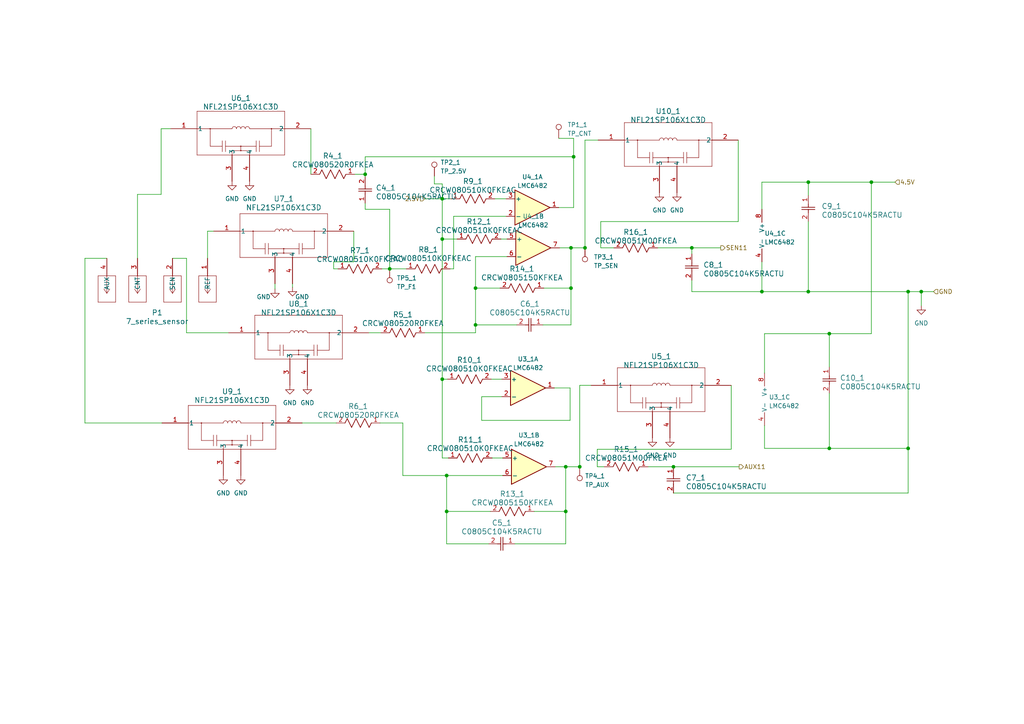
<source format=kicad_sch>
(kicad_sch (version 20230121) (generator eeschema)

  (uuid 6e8cd330-2e05-4ac3-97d7-8787ccbc55c4)

  (paper "A4")

  (lib_symbols
    (symbol "2023-07-19_08-42-50:NFL21SP106X1C3D" (pin_names (offset 0.254)) (in_bom yes) (on_board yes)
      (property "Reference" "U" (at 20.32 10.16 0)
        (effects (font (size 1.524 1.524)))
      )
      (property "Value" "NFL21SP106X1C3D" (at 20.32 7.62 0)
        (effects (font (size 1.524 1.524)))
      )
      (property "Footprint" "GCAP_NFL21SP106X1C3D_MUR" (at 0 0 0)
        (effects (font (size 1.27 1.27) italic) hide)
      )
      (property "Datasheet" "NFL21SP106X1C3D" (at 0 0 0)
        (effects (font (size 1.27 1.27) italic) hide)
      )
      (property "ki_locked" "" (at 0 0 0)
        (effects (font (size 1.27 1.27)))
      )
      (property "ki_keywords" "NFL21SP106X1C3D" (at 0 0 0)
        (effects (font (size 1.27 1.27)) hide)
      )
      (property "ki_fp_filters" "GCAP_NFL21SP106X1C3D_MUR GCAP_NFL21SP106X1C3D_MUR-M GCAP_NFL21SP106X1C3D_MUR-L" (at 0 0 0)
        (effects (font (size 1.27 1.27)) hide)
      )
      (symbol "NFL21SP106X1C3D_0_1"
        (polyline
          (pts
            (xy 7.62 -7.62)
            (xy 33.02 -7.62)
          )
          (stroke (width 0.127) (type default))
          (fill (type none))
        )
        (polyline
          (pts
            (xy 7.62 0)
            (xy 17.78 0)
          )
          (stroke (width 0.127) (type default))
          (fill (type none))
        )
        (polyline
          (pts
            (xy 7.62 5.08)
            (xy 7.62 -7.62)
          )
          (stroke (width 0.127) (type default))
          (fill (type none))
        )
        (polyline
          (pts
            (xy 11.43 -5.08)
            (xy 14.9225 -5.08)
          )
          (stroke (width 0.127) (type default))
          (fill (type none))
        )
        (polyline
          (pts
            (xy 11.43 0)
            (xy 11.43 -5.08)
          )
          (stroke (width 0.127) (type default))
          (fill (type none))
        )
        (polyline
          (pts
            (xy 14.9225 -3.4925)
            (xy 14.9225 -6.6675)
          )
          (stroke (width 0.127) (type default))
          (fill (type none))
        )
        (polyline
          (pts
            (xy 15.875 -6.6675)
            (xy 15.875 -3.4925)
          )
          (stroke (width 0.127) (type default))
          (fill (type none))
        )
        (polyline
          (pts
            (xy 17.78 -6.35)
            (xy 17.78 -7.62)
          )
          (stroke (width 0.127) (type default))
          (fill (type none))
        )
        (polyline
          (pts
            (xy 17.78 -6.35)
            (xy 22.86 -6.35)
          )
          (stroke (width 0.127) (type default))
          (fill (type none))
        )
        (polyline
          (pts
            (xy 20.32 -6.35)
            (xy 20.32 -5.08)
          )
          (stroke (width 0.127) (type default))
          (fill (type none))
        )
        (polyline
          (pts
            (xy 22.86 -6.35)
            (xy 22.86 -7.62)
          )
          (stroke (width 0.127) (type default))
          (fill (type none))
        )
        (polyline
          (pts
            (xy 22.86 0)
            (xy 33.02 0)
          )
          (stroke (width 0.127) (type default))
          (fill (type none))
        )
        (polyline
          (pts
            (xy 24.765 -5.08)
            (xy 15.875 -5.08)
          )
          (stroke (width 0.127) (type default))
          (fill (type none))
        )
        (polyline
          (pts
            (xy 24.765 -3.4925)
            (xy 24.765 -6.6675)
          )
          (stroke (width 0.127) (type default))
          (fill (type none))
        )
        (polyline
          (pts
            (xy 25.7175 -5.08)
            (xy 29.21 -5.08)
          )
          (stroke (width 0.127) (type default))
          (fill (type none))
        )
        (polyline
          (pts
            (xy 25.7175 -3.4925)
            (xy 25.7175 -6.6675)
          )
          (stroke (width 0.127) (type default))
          (fill (type none))
        )
        (polyline
          (pts
            (xy 29.21 0)
            (xy 29.21 -5.08)
          )
          (stroke (width 0.127) (type default))
          (fill (type none))
        )
        (polyline
          (pts
            (xy 33.02 -7.62)
            (xy 33.02 5.08)
          )
          (stroke (width 0.127) (type default))
          (fill (type none))
        )
        (polyline
          (pts
            (xy 33.02 5.08)
            (xy 7.62 5.08)
          )
          (stroke (width 0.127) (type default))
          (fill (type none))
        )
        (circle (center 11.43 0) (radius 0.127)
          (stroke (width 0.127) (type default))
          (fill (type none))
        )
        (arc (start 19.05 0) (mid 18.415 0.6323) (end 17.78 0)
          (stroke (width 0.127) (type default))
          (fill (type none))
        )
        (circle (center 20.32 -6.35) (radius 0.127)
          (stroke (width 0.127) (type default))
          (fill (type none))
        )
        (circle (center 20.32 -5.08) (radius 0.127)
          (stroke (width 0.127) (type default))
          (fill (type none))
        )
        (arc (start 20.32 0) (mid 19.685 0.6323) (end 19.05 0)
          (stroke (width 0.127) (type default))
          (fill (type none))
        )
        (arc (start 21.59 0) (mid 20.955 0.6323) (end 20.32 0)
          (stroke (width 0.127) (type default))
          (fill (type none))
        )
        (arc (start 22.86 0) (mid 22.225 0.6323) (end 21.59 0)
          (stroke (width 0.127) (type default))
          (fill (type none))
        )
        (circle (center 29.21 0) (radius 0.127)
          (stroke (width 0.127) (type default))
          (fill (type none))
        )
        (pin unspecified line (at 0 0 0) (length 7.62)
          (name "1" (effects (font (size 1.27 1.27))))
          (number "1" (effects (font (size 1.27 1.27))))
        )
        (pin unspecified line (at 40.64 0 180) (length 7.62)
          (name "2" (effects (font (size 1.27 1.27))))
          (number "2" (effects (font (size 1.27 1.27))))
        )
        (pin unspecified line (at 17.78 -15.24 90) (length 7.62)
          (name "3" (effects (font (size 1.27 1.27))))
          (number "3" (effects (font (size 1.27 1.27))))
        )
        (pin unspecified line (at 22.86 -15.24 90) (length 7.62)
          (name "4" (effects (font (size 1.27 1.27))))
          (number "4" (effects (font (size 1.27 1.27))))
        )
      )
    )
    (symbol "7_series_sensor:7_series_sensor" (pin_names (offset 0.254)) (in_bom yes) (on_board yes)
      (property "Reference" "J" (at 8.89 6.35 0)
        (effects (font (size 1.524 1.524)))
      )
      (property "Value" "7_series_sensor" (at -2.54 6.35 0)
        (effects (font (size 1.524 1.524)))
      )
      (property "Footprint" "CONN_0331-0-15-15-18-14-10-0_MIM" (at 1.27 -5.08 0)
        (effects (font (size 1.27 1.27) italic) hide)
      )
      (property "Datasheet" "0331-0-15-15-18-14-10-0" (at 1.27 -2.54 0)
        (effects (font (size 1.27 1.27) italic) hide)
      )
      (property "ki_locked" "" (at 0 0 0)
        (effects (font (size 1.27 1.27)))
      )
      (property "ki_keywords" "0331-0-15-15-18-14-10-0" (at 0 0 0)
        (effects (font (size 1.27 1.27)) hide)
      )
      (property "ki_fp_filters" "CONN_0331-0-15-15-18-14-10-0_MIM" (at 0 0 0)
        (effects (font (size 1.27 1.27)) hide)
      )
      (symbol "7_series_sensor_1_1"
        (polyline
          (pts
            (xy -36.83 7.62)
            (xy -31.75 7.62)
          )
          (stroke (width 0.127) (type default))
          (fill (type none))
        )
        (polyline
          (pts
            (xy -36.83 15.24)
            (xy -36.83 7.62)
          )
          (stroke (width 0.127) (type default))
          (fill (type none))
        )
        (polyline
          (pts
            (xy -34.29 10.16)
            (xy -35.1367 11.43)
          )
          (stroke (width 0.127) (type default))
          (fill (type none))
        )
        (polyline
          (pts
            (xy -34.29 10.16)
            (xy -34.29 15.24)
          )
          (stroke (width 0.127) (type default))
          (fill (type none))
        )
        (polyline
          (pts
            (xy -34.29 10.16)
            (xy -33.4433 11.43)
          )
          (stroke (width 0.127) (type default))
          (fill (type none))
        )
        (polyline
          (pts
            (xy -31.75 7.62)
            (xy -31.75 15.24)
          )
          (stroke (width 0.127) (type default))
          (fill (type none))
        )
        (polyline
          (pts
            (xy -31.75 15.24)
            (xy -36.83 15.24)
          )
          (stroke (width 0.127) (type default))
          (fill (type none))
        )
        (polyline
          (pts
            (xy -27.94 7.62)
            (xy -22.86 7.62)
          )
          (stroke (width 0.127) (type default))
          (fill (type none))
        )
        (polyline
          (pts
            (xy -27.94 15.24)
            (xy -27.94 7.62)
          )
          (stroke (width 0.127) (type default))
          (fill (type none))
        )
        (polyline
          (pts
            (xy -25.4 10.16)
            (xy -26.2467 11.43)
          )
          (stroke (width 0.127) (type default))
          (fill (type none))
        )
        (polyline
          (pts
            (xy -25.4 10.16)
            (xy -25.4 15.24)
          )
          (stroke (width 0.127) (type default))
          (fill (type none))
        )
        (polyline
          (pts
            (xy -25.4 10.16)
            (xy -24.5533 11.43)
          )
          (stroke (width 0.127) (type default))
          (fill (type none))
        )
        (polyline
          (pts
            (xy -22.86 7.62)
            (xy -22.86 15.24)
          )
          (stroke (width 0.127) (type default))
          (fill (type none))
        )
        (polyline
          (pts
            (xy -22.86 15.24)
            (xy -27.94 15.24)
          )
          (stroke (width 0.127) (type default))
          (fill (type none))
        )
        (polyline
          (pts
            (xy -17.78 7.62)
            (xy -12.7 7.62)
          )
          (stroke (width 0.127) (type default))
          (fill (type none))
        )
        (polyline
          (pts
            (xy -17.78 15.24)
            (xy -17.78 7.62)
          )
          (stroke (width 0.127) (type default))
          (fill (type none))
        )
        (polyline
          (pts
            (xy -15.24 10.16)
            (xy -16.0867 11.43)
          )
          (stroke (width 0.127) (type default))
          (fill (type none))
        )
        (polyline
          (pts
            (xy -15.24 10.16)
            (xy -15.24 15.24)
          )
          (stroke (width 0.127) (type default))
          (fill (type none))
        )
        (polyline
          (pts
            (xy -15.24 10.16)
            (xy -14.3933 11.43)
          )
          (stroke (width 0.127) (type default))
          (fill (type none))
        )
        (polyline
          (pts
            (xy -12.7 7.62)
            (xy -12.7 15.24)
          )
          (stroke (width 0.127) (type default))
          (fill (type none))
        )
        (polyline
          (pts
            (xy -12.7 15.24)
            (xy -17.78 15.24)
          )
          (stroke (width 0.127) (type default))
          (fill (type none))
        )
        (polyline
          (pts
            (xy -7.62 7.62)
            (xy -2.54 7.62)
          )
          (stroke (width 0.127) (type default))
          (fill (type none))
        )
        (polyline
          (pts
            (xy -7.62 15.24)
            (xy -7.62 7.62)
          )
          (stroke (width 0.127) (type default))
          (fill (type none))
        )
        (polyline
          (pts
            (xy -5.08 10.16)
            (xy -5.9267 11.43)
          )
          (stroke (width 0.127) (type default))
          (fill (type none))
        )
        (polyline
          (pts
            (xy -5.08 10.16)
            (xy -5.08 15.24)
          )
          (stroke (width 0.127) (type default))
          (fill (type none))
        )
        (polyline
          (pts
            (xy -5.08 10.16)
            (xy -4.2333 11.43)
          )
          (stroke (width 0.127) (type default))
          (fill (type none))
        )
        (polyline
          (pts
            (xy -2.54 7.62)
            (xy -2.54 15.24)
          )
          (stroke (width 0.127) (type default))
          (fill (type none))
        )
        (polyline
          (pts
            (xy -2.54 15.24)
            (xy -7.62 15.24)
          )
          (stroke (width 0.127) (type default))
          (fill (type none))
        )
        (pin bidirectional line (at -5.08 20.32 270) (length 5.08)
          (name "REF" (effects (font (size 1.27 1.27))))
          (number "1" (effects (font (size 1.27 1.27))))
        )
        (pin bidirectional line (at -15.24 20.32 270) (length 5.08)
          (name "SEN" (effects (font (size 1.27 1.27))))
          (number "2" (effects (font (size 1.27 1.27))))
        )
        (pin bidirectional line (at -25.4 20.32 270) (length 5.08)
          (name "CNT" (effects (font (size 1.27 1.27))))
          (number "3" (effects (font (size 1.27 1.27))))
        )
        (pin bidirectional line (at -34.29 20.32 270) (length 5.08)
          (name "AUX" (effects (font (size 1.27 1.27))))
          (number "4" (effects (font (size 1.27 1.27))))
        )
      )
      (symbol "7_series_sensor_1_2"
        (polyline
          (pts
            (xy 5.08 -2.54)
            (xy 12.7 -2.54)
          )
          (stroke (width 0.127) (type default))
          (fill (type none))
        )
        (polyline
          (pts
            (xy 5.08 2.54)
            (xy 5.08 -2.54)
          )
          (stroke (width 0.127) (type default))
          (fill (type none))
        )
        (polyline
          (pts
            (xy 7.62 0)
            (xy 5.08 0)
          )
          (stroke (width 0.127) (type default))
          (fill (type none))
        )
        (polyline
          (pts
            (xy 7.62 0)
            (xy 8.89 -0.8467)
          )
          (stroke (width 0.127) (type default))
          (fill (type none))
        )
        (polyline
          (pts
            (xy 7.62 0)
            (xy 8.89 0.8467)
          )
          (stroke (width 0.127) (type default))
          (fill (type none))
        )
        (polyline
          (pts
            (xy 12.7 -2.54)
            (xy 12.7 2.54)
          )
          (stroke (width 0.127) (type default))
          (fill (type none))
        )
        (polyline
          (pts
            (xy 12.7 2.54)
            (xy 5.08 2.54)
          )
          (stroke (width 0.127) (type default))
          (fill (type none))
        )
        (pin unspecified line (at 0 0 0) (length 5.08)
          (name "1" (effects (font (size 1.27 1.27))))
          (number "1" (effects (font (size 1.27 1.27))))
        )
      )
    )
    (symbol "Amplifier_Operational:LMC6482" (pin_names (offset 0.127)) (in_bom yes) (on_board yes)
      (property "Reference" "U" (at 0 5.08 0)
        (effects (font (size 1.27 1.27)) (justify left))
      )
      (property "Value" "LMC6482" (at 0 -5.08 0)
        (effects (font (size 1.27 1.27)) (justify left))
      )
      (property "Footprint" "" (at 0 0 0)
        (effects (font (size 1.27 1.27)) hide)
      )
      (property "Datasheet" "http://www.ti.com/lit/ds/symlink/lmc6482.pdf" (at 0 0 0)
        (effects (font (size 1.27 1.27)) hide)
      )
      (property "ki_locked" "" (at 0 0 0)
        (effects (font (size 1.27 1.27)))
      )
      (property "ki_keywords" "dual opamp" (at 0 0 0)
        (effects (font (size 1.27 1.27)) hide)
      )
      (property "ki_description" "Dual CMOS Rail-to-Rail Input and Output Operational Amplifier, DIP-8/SOIC-8, SSOP-8" (at 0 0 0)
        (effects (font (size 1.27 1.27)) hide)
      )
      (property "ki_fp_filters" "SOIC*3.9x4.9mm*P1.27mm* DIP*W7.62mm* TO*99* OnSemi*Micro8* TSSOP*3x3mm*P0.65mm* TSSOP*4.4x3mm*P0.65mm* MSOP*3x3mm*P0.65mm* SSOP*3.9x4.9mm*P0.635mm* LFCSP*2x2mm*P0.5mm* *SIP* SOIC*5.3x6.2mm*P1.27mm*" (at 0 0 0)
        (effects (font (size 1.27 1.27)) hide)
      )
      (symbol "LMC6482_1_1"
        (polyline
          (pts
            (xy -5.08 5.08)
            (xy 5.08 0)
            (xy -5.08 -5.08)
            (xy -5.08 5.08)
          )
          (stroke (width 0.254) (type default))
          (fill (type background))
        )
        (pin output line (at 7.62 0 180) (length 2.54)
          (name "~" (effects (font (size 1.27 1.27))))
          (number "1" (effects (font (size 1.27 1.27))))
        )
        (pin input line (at -7.62 -2.54 0) (length 2.54)
          (name "-" (effects (font (size 1.27 1.27))))
          (number "2" (effects (font (size 1.27 1.27))))
        )
        (pin input line (at -7.62 2.54 0) (length 2.54)
          (name "+" (effects (font (size 1.27 1.27))))
          (number "3" (effects (font (size 1.27 1.27))))
        )
      )
      (symbol "LMC6482_2_1"
        (polyline
          (pts
            (xy -5.08 5.08)
            (xy 5.08 0)
            (xy -5.08 -5.08)
            (xy -5.08 5.08)
          )
          (stroke (width 0.254) (type default))
          (fill (type background))
        )
        (pin input line (at -7.62 2.54 0) (length 2.54)
          (name "+" (effects (font (size 1.27 1.27))))
          (number "5" (effects (font (size 1.27 1.27))))
        )
        (pin input line (at -7.62 -2.54 0) (length 2.54)
          (name "-" (effects (font (size 1.27 1.27))))
          (number "6" (effects (font (size 1.27 1.27))))
        )
        (pin output line (at 7.62 0 180) (length 2.54)
          (name "~" (effects (font (size 1.27 1.27))))
          (number "7" (effects (font (size 1.27 1.27))))
        )
      )
      (symbol "LMC6482_3_1"
        (pin power_in line (at -2.54 -7.62 90) (length 3.81)
          (name "V-" (effects (font (size 1.27 1.27))))
          (number "4" (effects (font (size 1.27 1.27))))
        )
        (pin power_in line (at -2.54 7.62 270) (length 3.81)
          (name "V+" (effects (font (size 1.27 1.27))))
          (number "8" (effects (font (size 1.27 1.27))))
        )
      )
    )
    (symbol "Connector:TestPoint" (pin_numbers hide) (pin_names (offset 0.762) hide) (in_bom yes) (on_board yes)
      (property "Reference" "TP" (at 0 6.858 0)
        (effects (font (size 1.27 1.27)))
      )
      (property "Value" "TestPoint" (at 0 5.08 0)
        (effects (font (size 1.27 1.27)))
      )
      (property "Footprint" "" (at 5.08 0 0)
        (effects (font (size 1.27 1.27)) hide)
      )
      (property "Datasheet" "~" (at 5.08 0 0)
        (effects (font (size 1.27 1.27)) hide)
      )
      (property "ki_keywords" "test point tp" (at 0 0 0)
        (effects (font (size 1.27 1.27)) hide)
      )
      (property "ki_description" "test point" (at 0 0 0)
        (effects (font (size 1.27 1.27)) hide)
      )
      (property "ki_fp_filters" "Pin* Test*" (at 0 0 0)
        (effects (font (size 1.27 1.27)) hide)
      )
      (symbol "TestPoint_0_1"
        (circle (center 0 3.302) (radius 0.762)
          (stroke (width 0) (type default))
          (fill (type none))
        )
      )
      (symbol "TestPoint_1_1"
        (pin passive line (at 0 0 90) (length 2.54)
          (name "1" (effects (font (size 1.27 1.27))))
          (number "1" (effects (font (size 1.27 1.27))))
        )
      )
    )
    (symbol "Vishay_10k:CRCW080510K0FKEAC" (pin_names (offset 0.254)) (in_bom yes) (on_board yes)
      (property "Reference" "R" (at 5.715 3.81 0)
        (effects (font (size 1.524 1.524)))
      )
      (property "Value" "CRCW080510K0FKEAC" (at 6.35 -3.81 0)
        (effects (font (size 1.524 1.524)))
      )
      (property "Footprint" "RES_CRCW_0805_VIS" (at 0 0 0)
        (effects (font (size 1.27 1.27) italic) hide)
      )
      (property "Datasheet" "CRCW080510K0FKEAC" (at 0 0 0)
        (effects (font (size 1.27 1.27) italic) hide)
      )
      (property "ki_locked" "" (at 0 0 0)
        (effects (font (size 1.27 1.27)))
      )
      (property "ki_keywords" "CRCW080510K0FKEAC" (at 0 0 0)
        (effects (font (size 1.27 1.27)) hide)
      )
      (property "ki_fp_filters" "RES_CRCW_0805_VIS RES_CRCW_0805_VIS-M RES_CRCW_0805_VIS-L" (at 0 0 0)
        (effects (font (size 1.27 1.27)) hide)
      )
      (symbol "CRCW080510K0FKEAC_1_1"
        (polyline
          (pts
            (xy 2.54 0)
            (xy 3.175 1.27)
          )
          (stroke (width 0.2032) (type default))
          (fill (type none))
        )
        (polyline
          (pts
            (xy 3.175 1.27)
            (xy 4.445 -1.27)
          )
          (stroke (width 0.2032) (type default))
          (fill (type none))
        )
        (polyline
          (pts
            (xy 4.445 -1.27)
            (xy 5.715 1.27)
          )
          (stroke (width 0.2032) (type default))
          (fill (type none))
        )
        (polyline
          (pts
            (xy 5.715 1.27)
            (xy 6.985 -1.27)
          )
          (stroke (width 0.2032) (type default))
          (fill (type none))
        )
        (polyline
          (pts
            (xy 6.985 -1.27)
            (xy 8.255 1.27)
          )
          (stroke (width 0.2032) (type default))
          (fill (type none))
        )
        (polyline
          (pts
            (xy 8.255 1.27)
            (xy 9.525 -1.27)
          )
          (stroke (width 0.2032) (type default))
          (fill (type none))
        )
        (polyline
          (pts
            (xy 9.525 -1.27)
            (xy 10.16 0)
          )
          (stroke (width 0.2032) (type default))
          (fill (type none))
        )
        (pin unspecified line (at 0 0 0) (length 2.54)
          (name "" (effects (font (size 1.27 1.27))))
          (number "1" (effects (font (size 1.27 1.27))))
        )
        (pin unspecified line (at 12.7 0 180) (length 2.54)
          (name "" (effects (font (size 1.27 1.27))))
          (number "2" (effects (font (size 1.27 1.27))))
        )
      )
      (symbol "CRCW080510K0FKEAC_1_2"
        (polyline
          (pts
            (xy -1.27 3.175)
            (xy 1.27 4.445)
          )
          (stroke (width 0.2032) (type default))
          (fill (type none))
        )
        (polyline
          (pts
            (xy -1.27 5.715)
            (xy 1.27 6.985)
          )
          (stroke (width 0.2032) (type default))
          (fill (type none))
        )
        (polyline
          (pts
            (xy -1.27 8.255)
            (xy 1.27 9.525)
          )
          (stroke (width 0.2032) (type default))
          (fill (type none))
        )
        (polyline
          (pts
            (xy 0 2.54)
            (xy -1.27 3.175)
          )
          (stroke (width 0.2032) (type default))
          (fill (type none))
        )
        (polyline
          (pts
            (xy 1.27 4.445)
            (xy -1.27 5.715)
          )
          (stroke (width 0.2032) (type default))
          (fill (type none))
        )
        (polyline
          (pts
            (xy 1.27 6.985)
            (xy -1.27 8.255)
          )
          (stroke (width 0.2032) (type default))
          (fill (type none))
        )
        (polyline
          (pts
            (xy 1.27 9.525)
            (xy 0 10.16)
          )
          (stroke (width 0.2032) (type default))
          (fill (type none))
        )
        (pin unspecified line (at 0 12.7 270) (length 2.54)
          (name "" (effects (font (size 1.27 1.27))))
          (number "1" (effects (font (size 1.27 1.27))))
        )
        (pin unspecified line (at 0 0 90) (length 2.54)
          (name "" (effects (font (size 1.27 1.27))))
          (number "2" (effects (font (size 1.27 1.27))))
        )
      )
    )
    (symbol "Vishay_150k:CRCW0805150KFKEA" (pin_names (offset 0.254)) (in_bom yes) (on_board yes)
      (property "Reference" "R" (at 5.715 3.81 0)
        (effects (font (size 1.524 1.524)))
      )
      (property "Value" "CRCW0805150KFKEA" (at 6.35 -3.81 0)
        (effects (font (size 1.524 1.524)))
      )
      (property "Footprint" "RC0805N_VIS" (at 0 0 0)
        (effects (font (size 1.27 1.27) italic) hide)
      )
      (property "Datasheet" "CRCW0805150KFKEA" (at 0 0 0)
        (effects (font (size 1.27 1.27) italic) hide)
      )
      (property "ki_locked" "" (at 0 0 0)
        (effects (font (size 1.27 1.27)))
      )
      (property "ki_keywords" "CRCW0805150KFKEA" (at 0 0 0)
        (effects (font (size 1.27 1.27)) hide)
      )
      (property "ki_fp_filters" "RC0805N_VIS RC0805N_VIS-M RC0805N_VIS-L" (at 0 0 0)
        (effects (font (size 1.27 1.27)) hide)
      )
      (symbol "CRCW0805150KFKEA_1_1"
        (polyline
          (pts
            (xy 2.54 0)
            (xy 3.175 1.27)
          )
          (stroke (width 0.2032) (type default))
          (fill (type none))
        )
        (polyline
          (pts
            (xy 3.175 1.27)
            (xy 4.445 -1.27)
          )
          (stroke (width 0.2032) (type default))
          (fill (type none))
        )
        (polyline
          (pts
            (xy 4.445 -1.27)
            (xy 5.715 1.27)
          )
          (stroke (width 0.2032) (type default))
          (fill (type none))
        )
        (polyline
          (pts
            (xy 5.715 1.27)
            (xy 6.985 -1.27)
          )
          (stroke (width 0.2032) (type default))
          (fill (type none))
        )
        (polyline
          (pts
            (xy 6.985 -1.27)
            (xy 8.255 1.27)
          )
          (stroke (width 0.2032) (type default))
          (fill (type none))
        )
        (polyline
          (pts
            (xy 8.255 1.27)
            (xy 9.525 -1.27)
          )
          (stroke (width 0.2032) (type default))
          (fill (type none))
        )
        (polyline
          (pts
            (xy 9.525 -1.27)
            (xy 10.16 0)
          )
          (stroke (width 0.2032) (type default))
          (fill (type none))
        )
        (pin unspecified line (at 12.7 0 180) (length 2.54)
          (name "" (effects (font (size 1.27 1.27))))
          (number "1" (effects (font (size 1.27 1.27))))
        )
        (pin unspecified line (at 0 0 0) (length 2.54)
          (name "" (effects (font (size 1.27 1.27))))
          (number "2" (effects (font (size 1.27 1.27))))
        )
      )
      (symbol "CRCW0805150KFKEA_1_2"
        (polyline
          (pts
            (xy -1.27 3.175)
            (xy 1.27 4.445)
          )
          (stroke (width 0.2032) (type default))
          (fill (type none))
        )
        (polyline
          (pts
            (xy -1.27 5.715)
            (xy 1.27 6.985)
          )
          (stroke (width 0.2032) (type default))
          (fill (type none))
        )
        (polyline
          (pts
            (xy -1.27 8.255)
            (xy 1.27 9.525)
          )
          (stroke (width 0.2032) (type default))
          (fill (type none))
        )
        (polyline
          (pts
            (xy 0 2.54)
            (xy -1.27 3.175)
          )
          (stroke (width 0.2032) (type default))
          (fill (type none))
        )
        (polyline
          (pts
            (xy 1.27 4.445)
            (xy -1.27 5.715)
          )
          (stroke (width 0.2032) (type default))
          (fill (type none))
        )
        (polyline
          (pts
            (xy 1.27 6.985)
            (xy -1.27 8.255)
          )
          (stroke (width 0.2032) (type default))
          (fill (type none))
        )
        (polyline
          (pts
            (xy 1.27 9.525)
            (xy 0 10.16)
          )
          (stroke (width 0.2032) (type default))
          (fill (type none))
        )
        (pin unspecified line (at 0 12.7 270) (length 2.54)
          (name "" (effects (font (size 1.27 1.27))))
          (number "1" (effects (font (size 1.27 1.27))))
        )
        (pin unspecified line (at 0 0 90) (length 2.54)
          (name "" (effects (font (size 1.27 1.27))))
          (number "2" (effects (font (size 1.27 1.27))))
        )
      )
    )
    (symbol "Vishay_1M:CRCW08051M00FKEA" (pin_names (offset 0.254)) (in_bom yes) (on_board yes)
      (property "Reference" "R" (at 5.715 3.81 0)
        (effects (font (size 1.524 1.524)))
      )
      (property "Value" "CRCW08051M00FKEA" (at 6.35 -3.81 0)
        (effects (font (size 1.524 1.524)))
      )
      (property "Footprint" "RES_CRCW_0805" (at 0 0 0)
        (effects (font (size 1.27 1.27) italic) hide)
      )
      (property "Datasheet" "CRCW08051M00FKEA" (at 0 0 0)
        (effects (font (size 1.27 1.27) italic) hide)
      )
      (property "ki_locked" "" (at 0 0 0)
        (effects (font (size 1.27 1.27)))
      )
      (property "ki_keywords" "CRCW08051M00FKEA" (at 0 0 0)
        (effects (font (size 1.27 1.27)) hide)
      )
      (property "ki_fp_filters" "RES_CRCW_0805 RES_CRCW_0805-M RES_CRCW_0805-L" (at 0 0 0)
        (effects (font (size 1.27 1.27)) hide)
      )
      (symbol "CRCW08051M00FKEA_1_1"
        (polyline
          (pts
            (xy 2.54 0)
            (xy 3.175 1.27)
          )
          (stroke (width 0.2032) (type default))
          (fill (type none))
        )
        (polyline
          (pts
            (xy 3.175 1.27)
            (xy 4.445 -1.27)
          )
          (stroke (width 0.2032) (type default))
          (fill (type none))
        )
        (polyline
          (pts
            (xy 4.445 -1.27)
            (xy 5.715 1.27)
          )
          (stroke (width 0.2032) (type default))
          (fill (type none))
        )
        (polyline
          (pts
            (xy 5.715 1.27)
            (xy 6.985 -1.27)
          )
          (stroke (width 0.2032) (type default))
          (fill (type none))
        )
        (polyline
          (pts
            (xy 6.985 -1.27)
            (xy 8.255 1.27)
          )
          (stroke (width 0.2032) (type default))
          (fill (type none))
        )
        (polyline
          (pts
            (xy 8.255 1.27)
            (xy 9.525 -1.27)
          )
          (stroke (width 0.2032) (type default))
          (fill (type none))
        )
        (polyline
          (pts
            (xy 9.525 -1.27)
            (xy 10.16 0)
          )
          (stroke (width 0.2032) (type default))
          (fill (type none))
        )
        (pin unspecified line (at 12.7 0 180) (length 2.54)
          (name "" (effects (font (size 1.27 1.27))))
          (number "1" (effects (font (size 1.27 1.27))))
        )
        (pin unspecified line (at 0 0 0) (length 2.54)
          (name "" (effects (font (size 1.27 1.27))))
          (number "2" (effects (font (size 1.27 1.27))))
        )
      )
      (symbol "CRCW08051M00FKEA_1_2"
        (polyline
          (pts
            (xy -1.27 3.175)
            (xy 1.27 4.445)
          )
          (stroke (width 0.2032) (type default))
          (fill (type none))
        )
        (polyline
          (pts
            (xy -1.27 5.715)
            (xy 1.27 6.985)
          )
          (stroke (width 0.2032) (type default))
          (fill (type none))
        )
        (polyline
          (pts
            (xy -1.27 8.255)
            (xy 1.27 9.525)
          )
          (stroke (width 0.2032) (type default))
          (fill (type none))
        )
        (polyline
          (pts
            (xy 0 2.54)
            (xy -1.27 3.175)
          )
          (stroke (width 0.2032) (type default))
          (fill (type none))
        )
        (polyline
          (pts
            (xy 1.27 4.445)
            (xy -1.27 5.715)
          )
          (stroke (width 0.2032) (type default))
          (fill (type none))
        )
        (polyline
          (pts
            (xy 1.27 6.985)
            (xy -1.27 8.255)
          )
          (stroke (width 0.2032) (type default))
          (fill (type none))
        )
        (polyline
          (pts
            (xy 1.27 9.525)
            (xy 0 10.16)
          )
          (stroke (width 0.2032) (type default))
          (fill (type none))
        )
        (pin unspecified line (at 0 12.7 270) (length 2.54)
          (name "" (effects (font (size 1.27 1.27))))
          (number "1" (effects (font (size 1.27 1.27))))
        )
        (pin unspecified line (at 0 0 90) (length 2.54)
          (name "" (effects (font (size 1.27 1.27))))
          (number "2" (effects (font (size 1.27 1.27))))
        )
      )
    )
    (symbol "Vishay_20R:CRCW080520R0FKEA" (pin_names (offset 0.254)) (in_bom yes) (on_board yes)
      (property "Reference" "R" (at 5.715 3.81 0)
        (effects (font (size 1.524 1.524)))
      )
      (property "Value" "CRCW080520R0FKEA" (at 6.35 -3.81 0)
        (effects (font (size 1.524 1.524)))
      )
      (property "Footprint" "RC0805N_VIS" (at 0 0 0)
        (effects (font (size 1.27 1.27) italic) hide)
      )
      (property "Datasheet" "CRCW080520R0FKEA" (at 0 0 0)
        (effects (font (size 1.27 1.27) italic) hide)
      )
      (property "ki_locked" "" (at 0 0 0)
        (effects (font (size 1.27 1.27)))
      )
      (property "ki_keywords" "CRCW080520R0FKEA" (at 0 0 0)
        (effects (font (size 1.27 1.27)) hide)
      )
      (property "ki_fp_filters" "RC0805N_VIS RC0805N_VIS-M RC0805N_VIS-L" (at 0 0 0)
        (effects (font (size 1.27 1.27)) hide)
      )
      (symbol "CRCW080520R0FKEA_1_1"
        (polyline
          (pts
            (xy 2.54 0)
            (xy 3.175 1.27)
          )
          (stroke (width 0.2032) (type default))
          (fill (type none))
        )
        (polyline
          (pts
            (xy 3.175 1.27)
            (xy 4.445 -1.27)
          )
          (stroke (width 0.2032) (type default))
          (fill (type none))
        )
        (polyline
          (pts
            (xy 4.445 -1.27)
            (xy 5.715 1.27)
          )
          (stroke (width 0.2032) (type default))
          (fill (type none))
        )
        (polyline
          (pts
            (xy 5.715 1.27)
            (xy 6.985 -1.27)
          )
          (stroke (width 0.2032) (type default))
          (fill (type none))
        )
        (polyline
          (pts
            (xy 6.985 -1.27)
            (xy 8.255 1.27)
          )
          (stroke (width 0.2032) (type default))
          (fill (type none))
        )
        (polyline
          (pts
            (xy 8.255 1.27)
            (xy 9.525 -1.27)
          )
          (stroke (width 0.2032) (type default))
          (fill (type none))
        )
        (polyline
          (pts
            (xy 9.525 -1.27)
            (xy 10.16 0)
          )
          (stroke (width 0.2032) (type default))
          (fill (type none))
        )
        (pin unspecified line (at 12.7 0 180) (length 2.54)
          (name "" (effects (font (size 1.27 1.27))))
          (number "1" (effects (font (size 1.27 1.27))))
        )
        (pin unspecified line (at 0 0 0) (length 2.54)
          (name "" (effects (font (size 1.27 1.27))))
          (number "2" (effects (font (size 1.27 1.27))))
        )
      )
      (symbol "CRCW080520R0FKEA_1_2"
        (polyline
          (pts
            (xy -1.27 3.175)
            (xy 1.27 4.445)
          )
          (stroke (width 0.2032) (type default))
          (fill (type none))
        )
        (polyline
          (pts
            (xy -1.27 5.715)
            (xy 1.27 6.985)
          )
          (stroke (width 0.2032) (type default))
          (fill (type none))
        )
        (polyline
          (pts
            (xy -1.27 8.255)
            (xy 1.27 9.525)
          )
          (stroke (width 0.2032) (type default))
          (fill (type none))
        )
        (polyline
          (pts
            (xy 0 2.54)
            (xy -1.27 3.175)
          )
          (stroke (width 0.2032) (type default))
          (fill (type none))
        )
        (polyline
          (pts
            (xy 1.27 4.445)
            (xy -1.27 5.715)
          )
          (stroke (width 0.2032) (type default))
          (fill (type none))
        )
        (polyline
          (pts
            (xy 1.27 6.985)
            (xy -1.27 8.255)
          )
          (stroke (width 0.2032) (type default))
          (fill (type none))
        )
        (polyline
          (pts
            (xy 1.27 9.525)
            (xy 0 10.16)
          )
          (stroke (width 0.2032) (type default))
          (fill (type none))
        )
        (pin unspecified line (at 0 12.7 270) (length 2.54)
          (name "" (effects (font (size 1.27 1.27))))
          (number "1" (effects (font (size 1.27 1.27))))
        )
        (pin unspecified line (at 0 0 90) (length 2.54)
          (name "" (effects (font (size 1.27 1.27))))
          (number "2" (effects (font (size 1.27 1.27))))
        )
      )
    )
    (symbol "kemet_0.1uf:C0805C104K5RACTU" (pin_names (offset 0.254)) (in_bom yes) (on_board yes)
      (property "Reference" "C" (at 3.81 3.81 0)
        (effects (font (size 1.524 1.524)))
      )
      (property "Value" "C0805C104K5RACTU" (at 3.81 -3.81 0)
        (effects (font (size 1.524 1.524)))
      )
      (property "Footprint" "CAPC220145_88N_KEM" (at 0 0 0)
        (effects (font (size 1.27 1.27) italic) hide)
      )
      (property "Datasheet" "C0805C104K5RACTU" (at 0 0 0)
        (effects (font (size 1.27 1.27) italic) hide)
      )
      (property "ki_locked" "" (at 0 0 0)
        (effects (font (size 1.27 1.27)))
      )
      (property "ki_keywords" "C0805C104K5RACTU" (at 0 0 0)
        (effects (font (size 1.27 1.27)) hide)
      )
      (property "ki_fp_filters" "CAPC220145_88N_KEM CAPC220145_88N_KEM-M CAPC220145_88N_KEM-L" (at 0 0 0)
        (effects (font (size 1.27 1.27)) hide)
      )
      (symbol "C0805C104K5RACTU_1_1"
        (polyline
          (pts
            (xy 2.54 0)
            (xy 3.4798 0)
          )
          (stroke (width 0.2032) (type default))
          (fill (type none))
        )
        (polyline
          (pts
            (xy 3.4798 -1.905)
            (xy 3.4798 1.905)
          )
          (stroke (width 0.2032) (type default))
          (fill (type none))
        )
        (polyline
          (pts
            (xy 4.1148 -1.905)
            (xy 4.1148 1.905)
          )
          (stroke (width 0.2032) (type default))
          (fill (type none))
        )
        (polyline
          (pts
            (xy 4.1148 0)
            (xy 5.08 0)
          )
          (stroke (width 0.2032) (type default))
          (fill (type none))
        )
        (pin unspecified line (at 0 0 0) (length 2.54)
          (name "" (effects (font (size 1.27 1.27))))
          (number "1" (effects (font (size 1.27 1.27))))
        )
        (pin unspecified line (at 7.62 0 180) (length 2.54)
          (name "" (effects (font (size 1.27 1.27))))
          (number "2" (effects (font (size 1.27 1.27))))
        )
      )
      (symbol "C0805C104K5RACTU_1_2"
        (polyline
          (pts
            (xy -1.905 -4.1148)
            (xy 1.905 -4.1148)
          )
          (stroke (width 0.2032) (type default))
          (fill (type none))
        )
        (polyline
          (pts
            (xy -1.905 -3.4798)
            (xy 1.905 -3.4798)
          )
          (stroke (width 0.2032) (type default))
          (fill (type none))
        )
        (polyline
          (pts
            (xy 0 -4.1148)
            (xy 0 -5.08)
          )
          (stroke (width 0.2032) (type default))
          (fill (type none))
        )
        (polyline
          (pts
            (xy 0 -2.54)
            (xy 0 -3.4798)
          )
          (stroke (width 0.2032) (type default))
          (fill (type none))
        )
        (pin unspecified line (at 0 0 270) (length 2.54)
          (name "" (effects (font (size 1.27 1.27))))
          (number "1" (effects (font (size 1.27 1.27))))
        )
        (pin unspecified line (at 0 -7.62 90) (length 2.54)
          (name "" (effects (font (size 1.27 1.27))))
          (number "2" (effects (font (size 1.27 1.27))))
        )
      )
    )
    (symbol "power:GND" (power) (pin_names (offset 0)) (in_bom yes) (on_board yes)
      (property "Reference" "#PWR" (at 0 -6.35 0)
        (effects (font (size 1.27 1.27)) hide)
      )
      (property "Value" "GND" (at 0 -3.81 0)
        (effects (font (size 1.27 1.27)))
      )
      (property "Footprint" "" (at 0 0 0)
        (effects (font (size 1.27 1.27)) hide)
      )
      (property "Datasheet" "" (at 0 0 0)
        (effects (font (size 1.27 1.27)) hide)
      )
      (property "ki_keywords" "global power" (at 0 0 0)
        (effects (font (size 1.27 1.27)) hide)
      )
      (property "ki_description" "Power symbol creates a global label with name \"GND\" , ground" (at 0 0 0)
        (effects (font (size 1.27 1.27)) hide)
      )
      (symbol "GND_0_1"
        (polyline
          (pts
            (xy 0 0)
            (xy 0 -1.27)
            (xy 1.27 -1.27)
            (xy 0 -2.54)
            (xy -1.27 -1.27)
            (xy 0 -1.27)
          )
          (stroke (width 0) (type default))
          (fill (type none))
        )
      )
      (symbol "GND_1_1"
        (pin power_in line (at 0 0 270) (length 0) hide
          (name "GND" (effects (font (size 1.27 1.27))))
          (number "1" (effects (font (size 1.27 1.27))))
        )
      )
    )
  )

  (junction (at 105.918 50.546) (diameter 0) (color 0 0 0 0)
    (uuid 01838df2-dcae-4d8c-81db-0eb336861ffa)
  )
  (junction (at 128.27 57.658) (diameter 0) (color 0 0 0 0)
    (uuid 02e0bed0-b9cb-4a0d-b260-9617a768e011)
  )
  (junction (at 164.084 148.336) (diameter 0) (color 0 0 0 0)
    (uuid 068775c9-437a-4d0a-a7f3-f56103ddb641)
  )
  (junction (at 164.084 135.382) (diameter 0) (color 0 0 0 0)
    (uuid 0b7bdd34-cdc4-47b9-ab12-fbedb92b28b7)
  )
  (junction (at 165.608 71.882) (diameter 0) (color 0 0 0 0)
    (uuid 1a6e2562-dffe-4716-8464-da7428658600)
  )
  (junction (at 263.398 130.048) (diameter 0) (color 0 0 0 0)
    (uuid 339bebaf-20e3-4ab6-8a61-d0be8c39bc45)
  )
  (junction (at 137.922 94.234) (diameter 0) (color 0 0 0 0)
    (uuid 491b6c7d-9d20-4882-8493-a5e3ebb098c1)
  )
  (junction (at 166.37 45.466) (diameter 0) (color 0 0 0 0)
    (uuid 6783386f-0375-43ce-a58c-f2742eaaa576)
  )
  (junction (at 200.66 71.882) (diameter 0) (color 0 0 0 0)
    (uuid 67d7e16c-ce15-467a-8025-a459ac4c6699)
  )
  (junction (at 220.98 84.582) (diameter 0) (color 0 0 0 0)
    (uuid 7138fa95-86d8-4602-9a0d-f9fea0194a90)
  )
  (junction (at 129.54 137.922) (diameter 0) (color 0 0 0 0)
    (uuid 75ea9aa9-eb88-4f8f-acf3-9f65ae5a5c23)
  )
  (junction (at 137.922 83.566) (diameter 0) (color 0 0 0 0)
    (uuid 874362a2-fb9b-43cc-86c3-ed2070e1a287)
  )
  (junction (at 169.672 71.882) (diameter 0) (color 0 0 0 0)
    (uuid 91865b45-14f8-4488-af05-a785af6d2bf2)
  )
  (junction (at 240.538 96.774) (diameter 0) (color 0 0 0 0)
    (uuid 94ba2f49-83ed-4a24-b53a-a3c173592212)
  )
  (junction (at 263.398 84.582) (diameter 0) (color 0 0 0 0)
    (uuid 9a40fc1d-85cd-427c-9c8f-5f9976eae1e7)
  )
  (junction (at 234.442 84.582) (diameter 0) (color 0 0 0 0)
    (uuid 9b39bb33-db5e-4899-9544-4055469e6832)
  )
  (junction (at 128.27 109.982) (diameter 0) (color 0 0 0 0)
    (uuid ae3c74cc-cedf-4ec9-9adb-c734059d1010)
  )
  (junction (at 129.54 148.336) (diameter 0) (color 0 0 0 0)
    (uuid b4755234-5d95-4cab-88ee-f4ef2b1f73bd)
  )
  (junction (at 267.208 84.582) (diameter 0) (color 0 0 0 0)
    (uuid b796e192-75c4-442e-bbb5-1c83739208cc)
  )
  (junction (at 234.442 52.832) (diameter 0) (color 0 0 0 0)
    (uuid bae8bbc5-d6c0-4c5f-a2fa-bafb310a8ca4)
  )
  (junction (at 240.538 130.048) (diameter 0) (color 0 0 0 0)
    (uuid bbecaaed-ee3e-4a89-9c2f-c87950404e29)
  )
  (junction (at 165.608 83.566) (diameter 0) (color 0 0 0 0)
    (uuid bc78690b-f92c-4798-805c-46d44abcb4c1)
  )
  (junction (at 168.148 135.382) (diameter 0) (color 0 0 0 0)
    (uuid d197b048-f369-475a-9598-5c431734f084)
  )
  (junction (at 128.27 69.342) (diameter 0) (color 0 0 0 0)
    (uuid d1ca99f1-1af4-44ba-8d0c-95b68233e39b)
  )
  (junction (at 113.03 77.978) (diameter 0) (color 0 0 0 0)
    (uuid dab56328-e874-48ea-a906-28c1a5ed28fe)
  )
  (junction (at 195.326 135.382) (diameter 0) (color 0 0 0 0)
    (uuid e12ab80c-2b04-4525-86ed-3b72a61b8f3c)
  )
  (junction (at 252.73 52.832) (diameter 0) (color 0 0 0 0)
    (uuid ebe4cef6-1df0-4477-8319-411cfaf7a880)
  )

  (wire (pts (xy 220.98 84.582) (xy 234.442 84.582))
    (stroke (width 0) (type default))
    (uuid 0270dd63-6877-40d2-8365-181a79b58d2a)
  )
  (wire (pts (xy 137.922 74.422) (xy 147.066 74.422))
    (stroke (width 0) (type default))
    (uuid 02f4f369-074f-4de8-ac9b-bf33dd0c713f)
  )
  (wire (pts (xy 96.774 77.978) (xy 98.044 77.978))
    (stroke (width 0) (type default))
    (uuid 06988187-05bb-4bd0-b377-2d897c21b1a9)
  )
  (wire (pts (xy 157.48 94.234) (xy 165.608 94.234))
    (stroke (width 0) (type default))
    (uuid 09bd011e-9100-4fe3-97ae-017a2f94edeb)
  )
  (wire (pts (xy 220.98 52.832) (xy 220.98 60.706))
    (stroke (width 0) (type default))
    (uuid 0aa09e9b-bdb5-434a-811b-5113ab1f657e)
  )
  (wire (pts (xy 142.748 132.842) (xy 145.796 132.842))
    (stroke (width 0) (type default))
    (uuid 0ba47063-73a3-47bf-94de-0d33e4dd84a2)
  )
  (wire (pts (xy 102.87 50.546) (xy 105.918 50.546))
    (stroke (width 0) (type default))
    (uuid 0e210250-8917-4d07-b8cb-2256a074dac4)
  )
  (wire (pts (xy 105.918 60.706) (xy 113.03 60.706))
    (stroke (width 0) (type default))
    (uuid 0eadcc18-ef04-48c8-839e-fa4083c831a7)
  )
  (wire (pts (xy 142.494 109.982) (xy 145.542 109.982))
    (stroke (width 0) (type default))
    (uuid 11ee5630-47d0-495c-9a7e-ccd68774a31a)
  )
  (wire (pts (xy 234.442 84.582) (xy 263.398 84.582))
    (stroke (width 0) (type default))
    (uuid 121e44c5-2627-4a9d-ac62-0280ebf4f450)
  )
  (wire (pts (xy 128.27 53.34) (xy 128.27 57.658))
    (stroke (width 0) (type default))
    (uuid 13aa4531-3f34-468e-8bb7-8647e33ba5ff)
  )
  (wire (pts (xy 212.09 111.76) (xy 212.09 130.302))
    (stroke (width 0) (type default))
    (uuid 19acdeb2-4900-4948-95a4-be77c683dc70)
  )
  (wire (pts (xy 200.66 84.582) (xy 220.98 84.582))
    (stroke (width 0) (type default))
    (uuid 1bc35a5a-d323-4304-927f-623bdbb15684)
  )
  (wire (pts (xy 240.538 106.426) (xy 240.538 96.774))
    (stroke (width 0) (type default))
    (uuid 1be7b1a5-6e6d-410a-9e65-1739d29e5520)
  )
  (wire (pts (xy 105.918 45.466) (xy 166.37 45.466))
    (stroke (width 0) (type default))
    (uuid 1ca5b338-22ff-498e-bfb3-d8fee6bed911)
  )
  (wire (pts (xy 164.084 135.382) (xy 164.084 148.336))
    (stroke (width 0) (type default))
    (uuid 202de3dd-220c-45aa-afe3-6c1816caaa39)
  )
  (wire (pts (xy 128.27 69.342) (xy 128.27 109.982))
    (stroke (width 0) (type default))
    (uuid 214f5151-64a5-422b-82b6-7d848aa32386)
  )
  (wire (pts (xy 165.608 71.882) (xy 165.608 83.566))
    (stroke (width 0) (type default))
    (uuid 248e9062-1ff8-456a-abd8-57d048fb20cb)
  )
  (wire (pts (xy 137.922 94.234) (xy 137.922 96.52))
    (stroke (width 0) (type default))
    (uuid 2775339b-eec9-4005-81ae-ba5ed478a943)
  )
  (wire (pts (xy 187.96 135.382) (xy 195.326 135.382))
    (stroke (width 0) (type default))
    (uuid 29de229f-811a-4931-b27a-ae5e20677e19)
  )
  (wire (pts (xy 102.616 67.056) (xy 102.616 75.946))
    (stroke (width 0) (type default))
    (uuid 2b0c5c67-edbb-42a8-9f7a-01e387354d15)
  )
  (wire (pts (xy 105.918 50.546) (xy 105.918 45.466))
    (stroke (width 0) (type default))
    (uuid 2c15310a-0223-4ee4-b593-b1a084425338)
  )
  (wire (pts (xy 162.052 40.132) (xy 166.37 40.132))
    (stroke (width 0) (type default))
    (uuid 2de7df90-6fc9-4682-91d1-b5150a0c602f)
  )
  (wire (pts (xy 162.052 60.198) (xy 166.37 60.198))
    (stroke (width 0) (type default))
    (uuid 313459ef-9658-4b83-85e7-ac1e4d0729f7)
  )
  (wire (pts (xy 125.984 53.34) (xy 128.27 53.34))
    (stroke (width 0) (type default))
    (uuid 34a5b4d4-4e6c-46d6-a34c-181eb2fed588)
  )
  (wire (pts (xy 24.638 74.93) (xy 24.638 122.682))
    (stroke (width 0) (type default))
    (uuid 3534445c-0d2e-414a-8725-ddb450de05c8)
  )
  (wire (pts (xy 129.54 148.336) (xy 129.54 157.734))
    (stroke (width 0) (type default))
    (uuid 36ed9ad7-1547-4c07-8327-f06fb11abbc1)
  )
  (wire (pts (xy 113.03 60.706) (xy 113.03 77.978))
    (stroke (width 0) (type default))
    (uuid 3ae82709-f67a-4411-b3d3-dd83a6ceeb61)
  )
  (wire (pts (xy 110.236 122.682) (xy 116.84 122.682))
    (stroke (width 0) (type default))
    (uuid 3e6ef15b-496a-4468-bdb9-d9d647846234)
  )
  (wire (pts (xy 252.73 52.832) (xy 234.442 52.832))
    (stroke (width 0) (type default))
    (uuid 40a52335-e667-4eaa-ac08-9b151ceffb86)
  )
  (wire (pts (xy 106.934 96.52) (xy 110.49 96.52))
    (stroke (width 0) (type default))
    (uuid 41490376-ef21-44e6-8d7b-e13d4d50ad7f)
  )
  (wire (pts (xy 240.538 96.774) (xy 252.73 96.774))
    (stroke (width 0) (type default))
    (uuid 42250a0c-4127-48f0-a671-c35179950236)
  )
  (wire (pts (xy 263.398 143.002) (xy 263.398 130.048))
    (stroke (width 0) (type default))
    (uuid 423992d9-2e0a-4e65-9e8a-cef5743975e2)
  )
  (wire (pts (xy 125.984 51.054) (xy 125.984 53.34))
    (stroke (width 0) (type default))
    (uuid 439f8890-0b08-42aa-b522-f79600815e3e)
  )
  (wire (pts (xy 165.354 112.522) (xy 165.354 121.92))
    (stroke (width 0) (type default))
    (uuid 4464daf7-5199-4c09-8403-7d2cf322ac3c)
  )
  (wire (pts (xy 161.036 135.382) (xy 164.084 135.382))
    (stroke (width 0) (type default))
    (uuid 44fbce29-3bfc-4145-9ed9-f32aaf4f1ed7)
  )
  (wire (pts (xy 105.918 58.928) (xy 105.918 60.706))
    (stroke (width 0) (type default))
    (uuid 45507218-ecf0-4dd5-bc9f-b5ac79f02bcc)
  )
  (wire (pts (xy 190.754 71.882) (xy 200.66 71.882))
    (stroke (width 0) (type default))
    (uuid 4654979f-8d55-4898-90bf-2017764cca9f)
  )
  (wire (pts (xy 166.37 60.198) (xy 166.37 45.466))
    (stroke (width 0) (type default))
    (uuid 49bfcbda-7410-416c-9566-b439b901a596)
  )
  (wire (pts (xy 90.17 37.338) (xy 90.17 50.546))
    (stroke (width 0) (type default))
    (uuid 4cf49edc-10f2-4958-86a9-e3bdc5166395)
  )
  (wire (pts (xy 137.922 83.566) (xy 137.922 94.234))
    (stroke (width 0) (type default))
    (uuid 53673efd-88dd-42ac-80e7-384ba7e58122)
  )
  (wire (pts (xy 160.782 112.522) (xy 165.354 112.522))
    (stroke (width 0) (type default))
    (uuid 53fc3d1e-c6a9-4545-ac5a-715e4c6ab588)
  )
  (wire (pts (xy 96.774 75.946) (xy 96.774 77.978))
    (stroke (width 0) (type default))
    (uuid 5648bbc0-b01c-4012-9981-89f10324bbfd)
  )
  (wire (pts (xy 49.53 37.338) (xy 46.736 37.338))
    (stroke (width 0) (type default))
    (uuid 5a5404ad-3123-4fec-9b9d-97a6db329e51)
  )
  (wire (pts (xy 105.918 51.308) (xy 105.918 50.546))
    (stroke (width 0) (type default))
    (uuid 5b28c1c9-a92e-47c7-aa95-c394673447e8)
  )
  (wire (pts (xy 129.54 137.922) (xy 129.54 148.336))
    (stroke (width 0) (type default))
    (uuid 5c6f5a55-72d8-4de5-b829-d41e1765028c)
  )
  (wire (pts (xy 164.084 148.336) (xy 164.084 157.734))
    (stroke (width 0) (type default))
    (uuid 5d2d6cff-7135-4d26-a3aa-8bff6aab01c3)
  )
  (wire (pts (xy 141.732 157.734) (xy 129.54 157.734))
    (stroke (width 0) (type default))
    (uuid 5d37bcf2-03d8-45b5-8fe6-f76eb17b04d1)
  )
  (wire (pts (xy 60.198 67.056) (xy 60.198 74.93))
    (stroke (width 0) (type default))
    (uuid 62f04763-d7fe-4d9a-abd8-11c3164a4ca0)
  )
  (wire (pts (xy 240.538 114.046) (xy 240.538 130.048))
    (stroke (width 0) (type default))
    (uuid 6343ddf1-ba19-4e3c-9cc4-37644107ccee)
  )
  (wire (pts (xy 195.326 143.002) (xy 263.398 143.002))
    (stroke (width 0) (type default))
    (uuid 6468124f-9e71-42d3-b536-4f8cf8aadb0b)
  )
  (wire (pts (xy 221.742 123.444) (xy 221.742 130.048))
    (stroke (width 0) (type default))
    (uuid 66a6730a-14e6-40c8-a7a4-5609f69ee977)
  )
  (wire (pts (xy 157.734 83.566) (xy 165.608 83.566))
    (stroke (width 0) (type default))
    (uuid 6865a74d-f07e-4188-8a8e-94c92a6ec395)
  )
  (wire (pts (xy 131.572 62.738) (xy 131.572 77.978))
    (stroke (width 0) (type default))
    (uuid 6893a8b5-c260-489d-9b93-635e1c5f33ff)
  )
  (wire (pts (xy 113.03 77.978) (xy 117.856 77.978))
    (stroke (width 0) (type default))
    (uuid 6b6f7088-87ea-420a-b7df-3ff8bf3d5c78)
  )
  (wire (pts (xy 139.7 115.062) (xy 145.542 115.062))
    (stroke (width 0) (type default))
    (uuid 6b70958e-4244-4b2b-ae7d-1d3b1a0def47)
  )
  (wire (pts (xy 24.638 74.93) (xy 30.988 74.93))
    (stroke (width 0) (type default))
    (uuid 6d30f048-db57-4dbe-a3c6-8fa83e6f49ff)
  )
  (wire (pts (xy 145.288 69.342) (xy 147.066 69.342))
    (stroke (width 0) (type default))
    (uuid 6f989ab3-c85e-4e0e-a8e5-0fcd02911fa5)
  )
  (wire (pts (xy 129.54 148.336) (xy 142.24 148.336))
    (stroke (width 0) (type default))
    (uuid 7023e6cb-8bb6-445a-b25e-c5cf9039fd72)
  )
  (wire (pts (xy 234.442 52.832) (xy 234.442 56.642))
    (stroke (width 0) (type default))
    (uuid 702514f9-1a3b-4e7c-84ff-be5be64eb227)
  )
  (wire (pts (xy 195.326 135.382) (xy 214.376 135.382))
    (stroke (width 0) (type default))
    (uuid 7093b353-6bff-4853-a090-dbff9dc8032c)
  )
  (wire (pts (xy 200.66 81.28) (xy 200.66 84.582))
    (stroke (width 0) (type default))
    (uuid 7538a6f3-4326-4b04-9cfd-e87d8dbc646c)
  )
  (wire (pts (xy 263.398 84.582) (xy 267.208 84.582))
    (stroke (width 0) (type default))
    (uuid 7746776a-fe68-4c03-b20b-b8591b4b0cd2)
  )
  (wire (pts (xy 171.45 111.76) (xy 168.148 111.76))
    (stroke (width 0) (type default))
    (uuid 7b64f95f-8b74-4b9e-a0c2-308059ea30c3)
  )
  (wire (pts (xy 149.352 157.734) (xy 164.084 157.734))
    (stroke (width 0) (type default))
    (uuid 7c57665c-33a3-49bb-ba11-8061abcba362)
  )
  (wire (pts (xy 146.812 62.738) (xy 131.572 62.738))
    (stroke (width 0) (type default))
    (uuid 7ed57567-230a-47ce-af63-0130c0bee656)
  )
  (wire (pts (xy 174.244 64.262) (xy 174.244 71.882))
    (stroke (width 0) (type default))
    (uuid 83a39c43-ee71-4a97-adac-9fa9cd839837)
  )
  (wire (pts (xy 267.208 88.646) (xy 267.208 84.582))
    (stroke (width 0) (type default))
    (uuid 869ebc4c-bb95-4c80-8ade-1e12d9d89f4d)
  )
  (wire (pts (xy 212.09 130.302) (xy 173.228 130.302))
    (stroke (width 0) (type default))
    (uuid 86b692af-52ee-4a7a-91e8-94df6d9ebff5)
  )
  (wire (pts (xy 221.742 130.048) (xy 240.538 130.048))
    (stroke (width 0) (type default))
    (uuid 89e958f6-c53e-438b-bb66-b1b21edbdb2f)
  )
  (wire (pts (xy 132.588 69.342) (xy 128.27 69.342))
    (stroke (width 0) (type default))
    (uuid 8bee9402-f442-4820-8cb6-58437085fa82)
  )
  (wire (pts (xy 128.27 57.658) (xy 128.27 69.342))
    (stroke (width 0) (type default))
    (uuid 8d03ffd8-f00e-4483-bedc-34e9cf3a71c8)
  )
  (wire (pts (xy 240.538 130.048) (xy 263.398 130.048))
    (stroke (width 0) (type default))
    (uuid 9047389c-e8a5-4049-a0f8-afbe56d1d18f)
  )
  (wire (pts (xy 154.94 148.336) (xy 164.084 148.336))
    (stroke (width 0) (type default))
    (uuid 912f4625-2c8f-40f1-82bb-afb0eedc6bff)
  )
  (wire (pts (xy 252.73 52.832) (xy 252.73 96.774))
    (stroke (width 0) (type default))
    (uuid 91687cbe-ee04-452d-954c-31eba351b577)
  )
  (wire (pts (xy 110.744 77.978) (xy 113.03 77.978))
    (stroke (width 0) (type default))
    (uuid 933cc767-d0eb-4973-86aa-dfb3660f2b9c)
  )
  (wire (pts (xy 200.66 71.882) (xy 200.66 73.66))
    (stroke (width 0) (type default))
    (uuid 950f82a5-063a-463c-9b94-7c21a7b599e1)
  )
  (wire (pts (xy 169.672 40.64) (xy 173.482 40.64))
    (stroke (width 0) (type default))
    (uuid 9670ac9b-5901-4f2b-9c97-1e940b2fd144)
  )
  (wire (pts (xy 168.148 111.76) (xy 168.148 135.382))
    (stroke (width 0) (type default))
    (uuid 993cfca9-3fd0-43be-90d2-9d0e15fe8651)
  )
  (wire (pts (xy 169.672 40.64) (xy 169.672 71.882))
    (stroke (width 0) (type default))
    (uuid 99bacd1b-e6eb-4170-8083-8490007e43ab)
  )
  (wire (pts (xy 24.638 122.682) (xy 46.99 122.682))
    (stroke (width 0) (type default))
    (uuid 9a22aa2c-a64b-4b2c-8c5b-44b9cf6e23bb)
  )
  (wire (pts (xy 164.084 135.382) (xy 168.148 135.382))
    (stroke (width 0) (type default))
    (uuid 9d9d63c4-eaa0-4860-aa16-2d64c757d5dc)
  )
  (wire (pts (xy 221.742 108.204) (xy 221.742 96.774))
    (stroke (width 0) (type default))
    (uuid 9e96ad35-8bd1-42a7-93c6-21159b0f63a0)
  )
  (wire (pts (xy 139.7 121.92) (xy 139.7 115.062))
    (stroke (width 0) (type default))
    (uuid a0f20688-2436-4ecf-8d33-145027199c84)
  )
  (wire (pts (xy 39.878 56.388) (xy 46.736 56.388))
    (stroke (width 0) (type default))
    (uuid a2d3312a-6389-469d-b406-6b321b8c7e6b)
  )
  (wire (pts (xy 79.756 82.296) (xy 79.756 83.82))
    (stroke (width 0) (type default))
    (uuid a2ed9a89-c10d-4749-b4ea-395813ec65a6)
  )
  (wire (pts (xy 128.27 132.842) (xy 128.27 109.982))
    (stroke (width 0) (type default))
    (uuid a6296e8c-48ae-42ae-a082-7a6a96d638b3)
  )
  (wire (pts (xy 39.878 74.93) (xy 39.878 56.388))
    (stroke (width 0) (type default))
    (uuid a80c0b97-f024-457b-8400-0949672ea82e)
  )
  (wire (pts (xy 128.27 132.842) (xy 130.048 132.842))
    (stroke (width 0) (type default))
    (uuid aa0ab9e4-7751-4388-a094-b6a05a14ab48)
  )
  (wire (pts (xy 165.608 83.566) (xy 165.608 94.234))
    (stroke (width 0) (type default))
    (uuid aabc27c4-81d7-4f16-9264-64690f827162)
  )
  (wire (pts (xy 123.19 96.52) (xy 137.922 96.52))
    (stroke (width 0) (type default))
    (uuid aacb97cb-d1ec-4297-94bb-537ab4df5080)
  )
  (wire (pts (xy 129.54 137.922) (xy 145.796 137.922))
    (stroke (width 0) (type default))
    (uuid ab57e6e8-3986-486f-ac80-794e99c2ca81)
  )
  (wire (pts (xy 166.37 40.132) (xy 166.37 45.466))
    (stroke (width 0) (type default))
    (uuid af805b7a-f074-4957-903e-2fa2239c1505)
  )
  (wire (pts (xy 234.442 52.832) (xy 220.98 52.832))
    (stroke (width 0) (type default))
    (uuid afc11d1b-55fb-4f8d-b958-9087589d4062)
  )
  (wire (pts (xy 116.84 122.682) (xy 116.84 137.922))
    (stroke (width 0) (type default))
    (uuid b361f92b-57de-4169-938d-a48cdb6ce474)
  )
  (wire (pts (xy 102.616 75.946) (xy 96.774 75.946))
    (stroke (width 0) (type default))
    (uuid b58c3d77-92e7-4e5a-b669-3054ff3f7c44)
  )
  (wire (pts (xy 84.836 82.296) (xy 84.836 83.312))
    (stroke (width 0) (type default))
    (uuid b7bc642b-f7c1-4f02-b6f1-fb1d1c9fec93)
  )
  (wire (pts (xy 209.042 71.882) (xy 200.66 71.882))
    (stroke (width 0) (type default))
    (uuid b7c779f4-0ac6-4655-875f-c4a002b63279)
  )
  (wire (pts (xy 173.228 130.302) (xy 173.228 135.382))
    (stroke (width 0) (type default))
    (uuid bce1955c-4137-4068-9ffb-4e3d043fdf82)
  )
  (wire (pts (xy 60.198 67.056) (xy 61.976 67.056))
    (stroke (width 0) (type default))
    (uuid be8bce38-9e2e-433f-bc9f-857ff1b135a0)
  )
  (wire (pts (xy 165.354 121.92) (xy 139.7 121.92))
    (stroke (width 0) (type default))
    (uuid c3dbc875-544d-4b82-945e-8afd72efba94)
  )
  (wire (pts (xy 50.038 74.93) (xy 54.102 74.93))
    (stroke (width 0) (type default))
    (uuid c414860d-1341-4686-9730-09d25a61b98c)
  )
  (wire (pts (xy 259.588 52.832) (xy 252.73 52.832))
    (stroke (width 0) (type default))
    (uuid c51160b4-f19d-46c4-af4e-f9ac87806287)
  )
  (wire (pts (xy 123.19 57.658) (xy 128.27 57.658))
    (stroke (width 0) (type default))
    (uuid c7256fd9-1293-4970-9969-c4b9c73aeb0b)
  )
  (wire (pts (xy 169.672 71.882) (xy 165.608 71.882))
    (stroke (width 0) (type default))
    (uuid c94949b7-3204-409f-8c0e-28530be044d2)
  )
  (wire (pts (xy 129.794 109.982) (xy 128.27 109.982))
    (stroke (width 0) (type default))
    (uuid c9922c88-affc-4959-8438-166a67baa74e)
  )
  (wire (pts (xy 174.244 71.882) (xy 178.054 71.882))
    (stroke (width 0) (type default))
    (uuid cad1e010-930a-420c-bf34-4b6253f32c50)
  )
  (wire (pts (xy 263.398 130.048) (xy 263.398 84.582))
    (stroke (width 0) (type default))
    (uuid cdbd75dd-4c11-43d7-bc5d-fca2fbd7daad)
  )
  (wire (pts (xy 221.742 96.774) (xy 240.538 96.774))
    (stroke (width 0) (type default))
    (uuid d0a00e75-c42f-4c9d-a116-b4a9c438414d)
  )
  (wire (pts (xy 116.84 137.922) (xy 129.54 137.922))
    (stroke (width 0) (type default))
    (uuid d1817451-ee61-44c5-8338-f896255aadce)
  )
  (wire (pts (xy 87.63 122.682) (xy 97.536 122.682))
    (stroke (width 0) (type default))
    (uuid d93321fd-1f53-4389-b4d0-9ef8cbaab5f0)
  )
  (wire (pts (xy 128.27 57.658) (xy 130.81 57.658))
    (stroke (width 0) (type default))
    (uuid dadbca64-5d55-48a4-98aa-0d2fed1c5cae)
  )
  (wire (pts (xy 174.244 64.262) (xy 214.122 64.262))
    (stroke (width 0) (type default))
    (uuid db4b9ae5-7c54-46c0-92bf-26b3ffdf181a)
  )
  (wire (pts (xy 130.556 77.978) (xy 131.572 77.978))
    (stroke (width 0) (type default))
    (uuid e241631c-d84d-46a8-afb9-2a8231fb6902)
  )
  (wire (pts (xy 165.608 71.882) (xy 162.306 71.882))
    (stroke (width 0) (type default))
    (uuid e3293832-e643-434b-b03c-d2354b17a680)
  )
  (wire (pts (xy 137.922 74.422) (xy 137.922 83.566))
    (stroke (width 0) (type default))
    (uuid e38db128-2d6b-47fe-bc85-1baa47e05794)
  )
  (wire (pts (xy 143.51 57.658) (xy 146.812 57.658))
    (stroke (width 0) (type default))
    (uuid e40ee40d-c5a5-4d42-b4e3-447a98f40bc1)
  )
  (wire (pts (xy 220.98 84.582) (xy 220.98 75.946))
    (stroke (width 0) (type default))
    (uuid e97937ae-41d1-481c-ad3e-7a0b23a1ec83)
  )
  (wire (pts (xy 46.736 37.338) (xy 46.736 56.388))
    (stroke (width 0) (type default))
    (uuid e97e3a29-a9d9-43c0-a0fc-ec9dc9f335bd)
  )
  (wire (pts (xy 173.228 135.382) (xy 175.26 135.382))
    (stroke (width 0) (type default))
    (uuid e9b39350-f19c-4ec5-840b-052ea591e335)
  )
  (wire (pts (xy 54.102 74.93) (xy 54.102 96.52))
    (stroke (width 0) (type default))
    (uuid ebc5ed21-384e-4467-9d82-6403d60d5d66)
  )
  (wire (pts (xy 137.922 83.566) (xy 145.034 83.566))
    (stroke (width 0) (type default))
    (uuid ecb8c927-c4e8-45f6-99d8-07dfcad1fc65)
  )
  (wire (pts (xy 54.102 96.52) (xy 66.294 96.52))
    (stroke (width 0) (type default))
    (uuid eefae325-b2ec-4359-a759-a884d0fe0c05)
  )
  (wire (pts (xy 137.922 94.234) (xy 149.86 94.234))
    (stroke (width 0) (type default))
    (uuid f16fceb4-0e74-4160-b026-56e6fefa18f7)
  )
  (wire (pts (xy 214.122 40.64) (xy 214.122 64.262))
    (stroke (width 0) (type default))
    (uuid fa3e55ae-d3fd-434f-9518-fa4087367451)
  )
  (wire (pts (xy 267.208 84.582) (xy 270.764 84.582))
    (stroke (width 0) (type default))
    (uuid fafc1814-cfd3-40e8-96aa-30408f5f692d)
  )
  (wire (pts (xy 234.442 64.262) (xy 234.442 84.582))
    (stroke (width 0) (type default))
    (uuid fc1ffa30-b2a7-4cb1-9ba9-ed2a5d45cdcc)
  )

  (hierarchical_label "SEN11" (shape output) (at 209.042 71.882 0) (fields_autoplaced)
    (effects (font (size 1.27 1.27)) (justify left))
    (uuid 2aa2aab5-4f9a-498a-a614-8af7ea51973b)
  )
  (hierarchical_label "GND" (shape input) (at 270.764 84.582 0) (fields_autoplaced)
    (effects (font (size 1.27 1.27)) (justify left))
    (uuid 8706fb55-f0ff-4255-8d4c-5b1aa6a123b2)
  )
  (hierarchical_label "2.5V" (shape input) (at 123.19 57.658 180) (fields_autoplaced)
    (effects (font (size 1.27 1.27)) (justify right))
    (uuid 940fe51a-5337-4cfa-83a6-37f2f988fcbe)
  )
  (hierarchical_label "AUX11" (shape output) (at 214.376 135.382 0) (fields_autoplaced)
    (effects (font (size 1.27 1.27)) (justify left))
    (uuid dbfda3f1-ea2f-4057-b994-915ec73996a3)
  )
  (hierarchical_label "4.5V" (shape input) (at 259.588 52.832 0) (fields_autoplaced)
    (effects (font (size 1.27 1.27)) (justify left))
    (uuid f095f593-687c-4832-a038-d4a270946d54)
  )

  (symbol (lib_id "Vishay_20R:CRCW080520R0FKEA") (at 97.536 122.682 0) (unit 1)
    (in_bom yes) (on_board yes) (dnp no) (fields_autoplaced)
    (uuid 0dafcd48-8e20-4294-8ab9-73b0a2cba66e)
    (property "Reference" "R6_1" (at 103.886 117.856 0)
      (effects (font (size 1.524 1.524)))
    )
    (property "Value" "CRCW080520R0FKEA" (at 103.886 120.396 0)
      (effects (font (size 1.524 1.524)))
    )
    (property "Footprint" "Vishay_20R:RC0805N_VIS" (at 97.536 122.682 0)
      (effects (font (size 1.27 1.27) italic) hide)
    )
    (property "Datasheet" "CRCW080520R0FKEA" (at 97.536 122.682 0)
      (effects (font (size 1.27 1.27) italic) hide)
    )
    (pin "1" (uuid e0e5f0f9-1d7e-48ef-a2da-55c0e93fbb75))
    (pin "2" (uuid d3ad0858-33cf-408a-83c1-9095cfd3ebf0))
    (instances
      (project "Air quality project"
        (path "/67b6672b-0c15-41a5-a844-17aa721018b8/e2c83066-cae4-4a4f-a05c-59cf4d457446"
          (reference "R6_1") (unit 1)
        )
        (path "/67b6672b-0c15-41a5-a844-17aa721018b8/ad568ce3-b007-4b69-994d-8ea36acb2ce2"
          (reference "R6_11") (unit 1)
        )
      )
    )
  )

  (symbol (lib_id "Vishay_150k:CRCW0805150KFKEA") (at 145.034 83.566 0) (unit 1)
    (in_bom yes) (on_board yes) (dnp no) (fields_autoplaced)
    (uuid 0ffbf465-6c8b-4010-a3ba-a5f5b0b0167c)
    (property "Reference" "R14_1" (at 151.384 77.978 0)
      (effects (font (size 1.524 1.524)))
    )
    (property "Value" "CRCW0805150KFKEA" (at 151.384 80.518 0)
      (effects (font (size 1.524 1.524)))
    )
    (property "Footprint" "Vishay_150k:RC0805N_VIS" (at 145.034 83.566 0)
      (effects (font (size 1.27 1.27) italic) hide)
    )
    (property "Datasheet" "CRCW0805150KFKEA" (at 145.034 83.566 0)
      (effects (font (size 1.27 1.27) italic) hide)
    )
    (pin "1" (uuid 3a3b1184-573b-43c2-9725-7da8a4623328))
    (pin "2" (uuid 75c3fd56-34ec-49c4-b467-34143c44e177))
    (instances
      (project "Air quality project"
        (path "/67b6672b-0c15-41a5-a844-17aa721018b8/e2c83066-cae4-4a4f-a05c-59cf4d457446"
          (reference "R14_1") (unit 1)
        )
        (path "/67b6672b-0c15-41a5-a844-17aa721018b8/ad568ce3-b007-4b69-994d-8ea36acb2ce2"
          (reference "R14_11") (unit 1)
        )
      )
    )
  )

  (symbol (lib_id "kemet_0.1uf:C0805C104K5RACTU") (at 200.66 73.66 270) (unit 1)
    (in_bom yes) (on_board yes) (dnp no) (fields_autoplaced)
    (uuid 10bdaa1c-452e-4952-a6c9-74e5dfb92118)
    (property "Reference" "C8_1" (at 203.962 76.835 90)
      (effects (font (size 1.524 1.524)) (justify left))
    )
    (property "Value" "C0805C104K5RACTU" (at 203.962 79.375 90)
      (effects (font (size 1.524 1.524)) (justify left))
    )
    (property "Footprint" "kemet_0.1uf:CAPC220145_88N_KEM" (at 200.66 73.66 0)
      (effects (font (size 1.27 1.27) italic) hide)
    )
    (property "Datasheet" "C0805C104K5RACTU" (at 200.66 73.66 0)
      (effects (font (size 1.27 1.27) italic) hide)
    )
    (pin "1" (uuid 2c31fafb-4ffa-42d9-879c-42a93d0e5be6))
    (pin "2" (uuid f557888d-3aa4-4cd9-b606-dffd297db22c))
    (instances
      (project "Air quality project"
        (path "/67b6672b-0c15-41a5-a844-17aa721018b8/e2c83066-cae4-4a4f-a05c-59cf4d457446"
          (reference "C8_1") (unit 1)
        )
        (path "/67b6672b-0c15-41a5-a844-17aa721018b8/ad568ce3-b007-4b69-994d-8ea36acb2ce2"
          (reference "C8_11") (unit 1)
        )
      )
    )
  )

  (symbol (lib_id "2023-07-19_08-42-50:NFL21SP106X1C3D") (at 171.45 111.76 0) (unit 1)
    (in_bom yes) (on_board yes) (dnp no) (fields_autoplaced)
    (uuid 1931a2cb-737a-427e-92e9-517cc39e7882)
    (property "Reference" "U5_1" (at 191.77 103.378 0)
      (effects (font (size 1.524 1.524)))
    )
    (property "Value" "NFL21SP106X1C3D" (at 191.77 105.918 0)
      (effects (font (size 1.524 1.524)))
    )
    (property "Footprint" "Signal_Filter:GCAP_NFL21SP106X1C3D_MUR" (at 171.45 111.76 0)
      (effects (font (size 1.27 1.27) italic) hide)
    )
    (property "Datasheet" "NFL21SP106X1C3D" (at 171.45 111.76 0)
      (effects (font (size 1.27 1.27) italic) hide)
    )
    (pin "1" (uuid f8d81252-5766-4f11-b950-9b2865988b61))
    (pin "2" (uuid ad20ee18-60ff-4beb-a9db-cc3a8ff04f30))
    (pin "3" (uuid df3d42e6-a00f-4859-b3a2-2fb4ddf5fd7f))
    (pin "4" (uuid 40289bc0-6c27-49eb-b5ad-0ca40262998d))
    (instances
      (project "Air quality project"
        (path "/67b6672b-0c15-41a5-a844-17aa721018b8/e2c83066-cae4-4a4f-a05c-59cf4d457446"
          (reference "U5_1") (unit 1)
        )
        (path "/67b6672b-0c15-41a5-a844-17aa721018b8/ad568ce3-b007-4b69-994d-8ea36acb2ce2"
          (reference "U5_11") (unit 1)
        )
      )
    )
  )

  (symbol (lib_id "power:GND") (at 89.154 111.76 0) (unit 1)
    (in_bom yes) (on_board yes) (dnp no) (fields_autoplaced)
    (uuid 1971ca1d-886b-4ff6-9b1f-af64cef96250)
    (property "Reference" "#PWR04" (at 89.154 118.11 0)
      (effects (font (size 1.27 1.27)) hide)
    )
    (property "Value" "GND" (at 89.154 116.84 0)
      (effects (font (size 1.27 1.27)))
    )
    (property "Footprint" "" (at 89.154 111.76 0)
      (effects (font (size 1.27 1.27)) hide)
    )
    (property "Datasheet" "" (at 89.154 111.76 0)
      (effects (font (size 1.27 1.27)) hide)
    )
    (pin "1" (uuid 487bb54f-2770-425b-ad7e-546d0c05afa3))
    (instances
      (project "Air quality project"
        (path "/67b6672b-0c15-41a5-a844-17aa721018b8/e2c83066-cae4-4a4f-a05c-59cf4d457446"
          (reference "#PWR04") (unit 1)
        )
        (path "/67b6672b-0c15-41a5-a844-17aa721018b8/ad568ce3-b007-4b69-994d-8ea36acb2ce2"
          (reference "#PWR0138") (unit 1)
        )
      )
    )
  )

  (symbol (lib_id "power:GND") (at 79.756 83.82 0) (unit 1)
    (in_bom yes) (on_board yes) (dnp no)
    (uuid 1bba6a2f-23d4-4038-96b5-3358296bfb9a)
    (property "Reference" "#PWR07" (at 79.756 90.17 0)
      (effects (font (size 1.27 1.27)) hide)
    )
    (property "Value" "GND" (at 76.454 86.106 0)
      (effects (font (size 1.27 1.27)))
    )
    (property "Footprint" "" (at 79.756 83.82 0)
      (effects (font (size 1.27 1.27)) hide)
    )
    (property "Datasheet" "" (at 79.756 83.82 0)
      (effects (font (size 1.27 1.27)) hide)
    )
    (pin "1" (uuid c47df0e5-7a64-4629-82a9-c2c23f866ea8))
    (instances
      (project "Air quality project"
        (path "/67b6672b-0c15-41a5-a844-17aa721018b8/e2c83066-cae4-4a4f-a05c-59cf4d457446"
          (reference "#PWR07") (unit 1)
        )
        (path "/67b6672b-0c15-41a5-a844-17aa721018b8/ad568ce3-b007-4b69-994d-8ea36acb2ce2"
          (reference "#PWR0135") (unit 1)
        )
      )
    )
  )

  (symbol (lib_id "Amplifier_Operational:LMC6482") (at 224.282 115.824 0) (unit 3)
    (in_bom yes) (on_board yes) (dnp no) (fields_autoplaced)
    (uuid 2551efca-c550-4473-a099-48079387db43)
    (property "Reference" "U3_1" (at 223.012 115.189 0)
      (effects (font (size 1.27 1.27)) (justify left))
    )
    (property "Value" "LMC6482" (at 223.012 117.729 0)
      (effects (font (size 1.27 1.27)) (justify left))
    )
    (property "Footprint" "Package_SO:SOIC-8_3.9x4.9mm_P1.27mm" (at 224.282 115.824 0)
      (effects (font (size 1.27 1.27)) hide)
    )
    (property "Datasheet" "http://www.ti.com/lit/ds/symlink/lmc6482.pdf" (at 224.282 115.824 0)
      (effects (font (size 1.27 1.27)) hide)
    )
    (pin "1" (uuid 68885a71-3217-48b5-b42a-d9ea1f25ba4e))
    (pin "2" (uuid f30e80ef-1c26-4983-a678-5a466b8a370f))
    (pin "3" (uuid d66686f7-42c6-4486-abc3-7c87eefd889a))
    (pin "5" (uuid 00a88f48-2829-4032-9828-fd307ab48f1b))
    (pin "6" (uuid 09eb5f91-954d-49d0-8964-fd5621316b7f))
    (pin "7" (uuid 4be1904f-5307-4bc2-9997-cee1915e2dd4))
    (pin "4" (uuid 3badb885-d9a4-4d27-bfa8-27a1e951babb))
    (pin "8" (uuid 7684c717-c442-449b-b435-2002bcc60783))
    (instances
      (project "Air quality project"
        (path "/67b6672b-0c15-41a5-a844-17aa721018b8/e2c83066-cae4-4a4f-a05c-59cf4d457446"
          (reference "U3_1") (unit 3)
        )
        (path "/67b6672b-0c15-41a5-a844-17aa721018b8/be65ffb6-5f15-4847-ab99-a8924076e9fe"
          (reference "U8") (unit 3)
        )
        (path "/67b6672b-0c15-41a5-a844-17aa721018b8/ad568ce3-b007-4b69-994d-8ea36acb2ce2"
          (reference "U3_11") (unit 3)
        )
      )
    )
  )

  (symbol (lib_id "kemet_0.1uf:C0805C104K5RACTU") (at 240.538 106.426 270) (unit 1)
    (in_bom yes) (on_board yes) (dnp no) (fields_autoplaced)
    (uuid 2b3a0613-de04-4dcb-8b7c-fa07c43d5ebe)
    (property "Reference" "C10_1" (at 243.586 109.601 90)
      (effects (font (size 1.524 1.524)) (justify left))
    )
    (property "Value" "C0805C104K5RACTU" (at 243.586 112.141 90)
      (effects (font (size 1.524 1.524)) (justify left))
    )
    (property "Footprint" "kemet_0.1uf:CAPC220145_88N_KEM" (at 240.538 106.426 0)
      (effects (font (size 1.27 1.27) italic) hide)
    )
    (property "Datasheet" "C0805C104K5RACTU" (at 240.538 106.426 0)
      (effects (font (size 1.27 1.27) italic) hide)
    )
    (pin "1" (uuid 421b400f-b93b-455f-894f-0b2e450917d0))
    (pin "2" (uuid fc3065d6-8096-4f2e-9515-6f8d1ecf5d51))
    (instances
      (project "Air quality project"
        (path "/67b6672b-0c15-41a5-a844-17aa721018b8/e2c83066-cae4-4a4f-a05c-59cf4d457446"
          (reference "C10_1") (unit 1)
        )
        (path "/67b6672b-0c15-41a5-a844-17aa721018b8/ad568ce3-b007-4b69-994d-8ea36acb2ce2"
          (reference "C10_11") (unit 1)
        )
      )
    )
  )

  (symbol (lib_id "2023-07-19_08-42-50:NFL21SP106X1C3D") (at 61.976 67.056 0) (unit 1)
    (in_bom yes) (on_board yes) (dnp no) (fields_autoplaced)
    (uuid 2dfdf549-b09f-4006-aac9-9659fe52348f)
    (property "Reference" "U7_1" (at 82.296 57.658 0)
      (effects (font (size 1.524 1.524)))
    )
    (property "Value" "NFL21SP106X1C3D" (at 82.296 60.198 0)
      (effects (font (size 1.524 1.524)))
    )
    (property "Footprint" "Signal_Filter:GCAP_NFL21SP106X1C3D_MUR" (at 61.976 67.056 0)
      (effects (font (size 1.27 1.27) italic) hide)
    )
    (property "Datasheet" "NFL21SP106X1C3D" (at 61.976 67.056 0)
      (effects (font (size 1.27 1.27) italic) hide)
    )
    (pin "1" (uuid b05c098b-747e-4773-87c5-e35c16ebf471))
    (pin "2" (uuid 9bc13308-5160-40a2-b43a-fe6768136d6c))
    (pin "3" (uuid a4aa88a6-baa7-4c6f-a495-5676a97ed4e2))
    (pin "4" (uuid 9c8bbe48-23e7-4e5b-8de8-c60a05371ec7))
    (instances
      (project "Air quality project"
        (path "/67b6672b-0c15-41a5-a844-17aa721018b8/e2c83066-cae4-4a4f-a05c-59cf4d457446"
          (reference "U7_1") (unit 1)
        )
        (path "/67b6672b-0c15-41a5-a844-17aa721018b8/ad568ce3-b007-4b69-994d-8ea36acb2ce2"
          (reference "U7_11") (unit 1)
        )
      )
    )
  )

  (symbol (lib_id "kemet_0.1uf:C0805C104K5RACTU") (at 157.48 94.234 180) (unit 1)
    (in_bom yes) (on_board yes) (dnp no) (fields_autoplaced)
    (uuid 350c6525-5084-49f4-822d-ca31248a69bc)
    (property "Reference" "C6_1" (at 153.67 88.138 0)
      (effects (font (size 1.524 1.524)))
    )
    (property "Value" "C0805C104K5RACTU" (at 153.67 90.678 0)
      (effects (font (size 1.524 1.524)))
    )
    (property "Footprint" "kemet_0.1uf:CAPC220145_88N_KEM" (at 157.48 94.234 0)
      (effects (font (size 1.27 1.27) italic) hide)
    )
    (property "Datasheet" "C0805C104K5RACTU" (at 157.48 94.234 0)
      (effects (font (size 1.27 1.27) italic) hide)
    )
    (pin "1" (uuid 9f307282-ec68-4f9d-bf10-bd1439f5c4ba))
    (pin "2" (uuid 8e9d3ef7-7725-4f1b-bf4e-18f1318535e0))
    (instances
      (project "Air quality project"
        (path "/67b6672b-0c15-41a5-a844-17aa721018b8/e2c83066-cae4-4a4f-a05c-59cf4d457446"
          (reference "C6_1") (unit 1)
        )
        (path "/67b6672b-0c15-41a5-a844-17aa721018b8/ad568ce3-b007-4b69-994d-8ea36acb2ce2"
          (reference "C6_11") (unit 1)
        )
      )
    )
  )

  (symbol (lib_id "2023-07-19_08-42-50:NFL21SP106X1C3D") (at 46.99 122.682 0) (unit 1)
    (in_bom yes) (on_board yes) (dnp no) (fields_autoplaced)
    (uuid 36336943-0172-4ff5-8bc7-5fa1c8db36d5)
    (property "Reference" "U9_1" (at 67.31 113.538 0)
      (effects (font (size 1.524 1.524)))
    )
    (property "Value" "NFL21SP106X1C3D" (at 67.31 116.078 0)
      (effects (font (size 1.524 1.524)))
    )
    (property "Footprint" "Signal_Filter:GCAP_NFL21SP106X1C3D_MUR" (at 46.99 122.682 0)
      (effects (font (size 1.27 1.27) italic) hide)
    )
    (property "Datasheet" "NFL21SP106X1C3D" (at 46.99 122.682 0)
      (effects (font (size 1.27 1.27) italic) hide)
    )
    (pin "1" (uuid 5af25211-1fff-41ae-aa90-7835fe5d684f))
    (pin "2" (uuid 66a3c43b-cd2e-4f6f-90fe-d8fb0e305b31))
    (pin "3" (uuid d746afa3-afb0-42ee-976c-7c517f45ee7b))
    (pin "4" (uuid d90d5155-032d-4f26-a480-c7b3729c8b03))
    (instances
      (project "Air quality project"
        (path "/67b6672b-0c15-41a5-a844-17aa721018b8/e2c83066-cae4-4a4f-a05c-59cf4d457446"
          (reference "U9_1") (unit 1)
        )
        (path "/67b6672b-0c15-41a5-a844-17aa721018b8/ad568ce3-b007-4b69-994d-8ea36acb2ce2"
          (reference "U9_11") (unit 1)
        )
      )
    )
  )

  (symbol (lib_id "power:GND") (at 194.31 127 0) (unit 1)
    (in_bom yes) (on_board yes) (dnp no) (fields_autoplaced)
    (uuid 37934710-9089-4c6e-b447-001a6a41be47)
    (property "Reference" "#PWR012" (at 194.31 133.35 0)
      (effects (font (size 1.27 1.27)) hide)
    )
    (property "Value" "GND" (at 194.31 132.08 0)
      (effects (font (size 1.27 1.27)))
    )
    (property "Footprint" "" (at 194.31 127 0)
      (effects (font (size 1.27 1.27)) hide)
    )
    (property "Datasheet" "" (at 194.31 127 0)
      (effects (font (size 1.27 1.27)) hide)
    )
    (pin "1" (uuid df6bc8cc-e413-4981-a50b-5cdab14d7e37))
    (instances
      (project "Air quality project"
        (path "/67b6672b-0c15-41a5-a844-17aa721018b8/e2c83066-cae4-4a4f-a05c-59cf4d457446"
          (reference "#PWR012") (unit 1)
        )
        (path "/67b6672b-0c15-41a5-a844-17aa721018b8/ad568ce3-b007-4b69-994d-8ea36acb2ce2"
          (reference "#PWR0141") (unit 1)
        )
      )
    )
  )

  (symbol (lib_id "Connector:TestPoint") (at 125.984 51.054 0) (unit 1)
    (in_bom yes) (on_board yes) (dnp no) (fields_autoplaced)
    (uuid 3a9db3e1-4699-4f5f-ad09-1165337c2996)
    (property "Reference" "TP2_1" (at 127.762 47.117 0)
      (effects (font (size 1.27 1.27)) (justify left))
    )
    (property "Value" "TP_2.5V" (at 127.762 49.657 0)
      (effects (font (size 1.27 1.27)) (justify left))
    )
    (property "Footprint" "PCM_4ms_TestPoint:TestPoint_Pad_04" (at 131.064 51.054 0)
      (effects (font (size 1.27 1.27)) hide)
    )
    (property "Datasheet" "~" (at 131.064 51.054 0)
      (effects (font (size 1.27 1.27)) hide)
    )
    (pin "1" (uuid e3b60208-8e78-4788-a1a2-fa140f7fe8c3))
    (instances
      (project "Air quality project"
        (path "/67b6672b-0c15-41a5-a844-17aa721018b8/e2c83066-cae4-4a4f-a05c-59cf4d457446"
          (reference "TP2_1") (unit 1)
        )
        (path "/67b6672b-0c15-41a5-a844-17aa721018b8/ad568ce3-b007-4b69-994d-8ea36acb2ce2"
          (reference "TP2_11") (unit 1)
        )
      )
    )
  )

  (symbol (lib_id "Vishay_10k:CRCW080510K0FKEAC") (at 132.588 69.342 0) (unit 1)
    (in_bom yes) (on_board yes) (dnp no) (fields_autoplaced)
    (uuid 3add5664-8efb-45f3-a59a-54810544a8ef)
    (property "Reference" "R12_1" (at 138.938 64.262 0)
      (effects (font (size 1.524 1.524)))
    )
    (property "Value" "CRCW080510K0FKEAC" (at 138.938 66.802 0)
      (effects (font (size 1.524 1.524)))
    )
    (property "Footprint" "Vishay_10k:RES_CRCW_0805_VIS" (at 132.588 69.342 0)
      (effects (font (size 1.27 1.27) italic) hide)
    )
    (property "Datasheet" "CRCW080510K0FKEAC" (at 132.588 69.342 0)
      (effects (font (size 1.27 1.27) italic) hide)
    )
    (pin "1" (uuid c9ee594d-8234-48d0-b27c-5cb90dcbcfe6))
    (pin "2" (uuid 141612fe-1f51-47c7-8f1a-5075a4597fd1))
    (instances
      (project "Air quality project"
        (path "/67b6672b-0c15-41a5-a844-17aa721018b8/e2c83066-cae4-4a4f-a05c-59cf4d457446"
          (reference "R12_1") (unit 1)
        )
        (path "/67b6672b-0c15-41a5-a844-17aa721018b8/ad568ce3-b007-4b69-994d-8ea36acb2ce2"
          (reference "R12_11") (unit 1)
        )
      )
    )
  )

  (symbol (lib_id "Vishay_1M:CRCW08051M00FKEA") (at 175.26 135.382 0) (unit 1)
    (in_bom yes) (on_board yes) (dnp no) (fields_autoplaced)
    (uuid 48e880f2-6983-4d6c-b84d-0c605c881278)
    (property "Reference" "R15_1" (at 181.61 130.302 0)
      (effects (font (size 1.524 1.524)))
    )
    (property "Value" "CRCW08051M00FKEA" (at 181.61 132.842 0)
      (effects (font (size 1.524 1.524)))
    )
    (property "Footprint" "Vishay_1M:RES_CRCW_0805" (at 175.26 135.382 0)
      (effects (font (size 1.27 1.27) italic) hide)
    )
    (property "Datasheet" "CRCW08051M00FKEA" (at 175.26 135.382 0)
      (effects (font (size 1.27 1.27) italic) hide)
    )
    (pin "1" (uuid 3600d63c-5672-4df0-ade6-926a2af6310c))
    (pin "2" (uuid 92cd639a-d101-4638-8e5a-f62911004bb0))
    (instances
      (project "Air quality project"
        (path "/67b6672b-0c15-41a5-a844-17aa721018b8/e2c83066-cae4-4a4f-a05c-59cf4d457446"
          (reference "R15_1") (unit 1)
        )
        (path "/67b6672b-0c15-41a5-a844-17aa721018b8/ad568ce3-b007-4b69-994d-8ea36acb2ce2"
          (reference "R15_11") (unit 1)
        )
      )
    )
  )

  (symbol (lib_id "Vishay_10k:CRCW080510K0FKEAC") (at 98.044 77.978 0) (unit 1)
    (in_bom yes) (on_board yes) (dnp no) (fields_autoplaced)
    (uuid 497ad642-e974-4bc2-b798-11a827ddb871)
    (property "Reference" "R7_1" (at 104.394 72.644 0)
      (effects (font (size 1.524 1.524)))
    )
    (property "Value" "CRCW080510K0FKEAC" (at 104.394 75.184 0)
      (effects (font (size 1.524 1.524)))
    )
    (property "Footprint" "Vishay_10k:RES_CRCW_0805_VIS" (at 98.044 77.978 0)
      (effects (font (size 1.27 1.27) italic) hide)
    )
    (property "Datasheet" "CRCW080510K0FKEAC" (at 98.044 77.978 0)
      (effects (font (size 1.27 1.27) italic) hide)
    )
    (pin "1" (uuid 86272779-6bd9-4f0c-8f07-f5e50e23cdbb))
    (pin "2" (uuid 38b91f90-314e-4dc5-b753-97e43f8bf2aa))
    (instances
      (project "Air quality project"
        (path "/67b6672b-0c15-41a5-a844-17aa721018b8/e2c83066-cae4-4a4f-a05c-59cf4d457446"
          (reference "R7_1") (unit 1)
        )
        (path "/67b6672b-0c15-41a5-a844-17aa721018b8/ad568ce3-b007-4b69-994d-8ea36acb2ce2"
          (reference "R7_11") (unit 1)
        )
      )
    )
  )

  (symbol (lib_id "power:GND") (at 67.31 52.578 0) (unit 1)
    (in_bom yes) (on_board yes) (dnp no) (fields_autoplaced)
    (uuid 50127835-a558-452c-b79d-288c1ba77753)
    (property "Reference" "#PWR01" (at 67.31 58.928 0)
      (effects (font (size 1.27 1.27)) hide)
    )
    (property "Value" "GND" (at 67.31 57.658 0)
      (effects (font (size 1.27 1.27)))
    )
    (property "Footprint" "" (at 67.31 52.578 0)
      (effects (font (size 1.27 1.27)) hide)
    )
    (property "Datasheet" "" (at 67.31 52.578 0)
      (effects (font (size 1.27 1.27)) hide)
    )
    (pin "1" (uuid 8086c012-04f5-4f36-8182-20aca207767e))
    (instances
      (project "Air quality project"
        (path "/67b6672b-0c15-41a5-a844-17aa721018b8/e2c83066-cae4-4a4f-a05c-59cf4d457446"
          (reference "#PWR01") (unit 1)
        )
        (path "/67b6672b-0c15-41a5-a844-17aa721018b8/ad568ce3-b007-4b69-994d-8ea36acb2ce2"
          (reference "#PWR0132") (unit 1)
        )
      )
    )
  )

  (symbol (lib_id "2023-07-19_08-42-50:NFL21SP106X1C3D") (at 173.482 40.64 0) (unit 1)
    (in_bom yes) (on_board yes) (dnp no) (fields_autoplaced)
    (uuid 51e2afdd-cf76-4855-b4b9-0e27e65232eb)
    (property "Reference" "U10_1" (at 193.802 32.258 0)
      (effects (font (size 1.524 1.524)))
    )
    (property "Value" "NFL21SP106X1C3D" (at 193.802 34.798 0)
      (effects (font (size 1.524 1.524)))
    )
    (property "Footprint" "Signal_Filter:GCAP_NFL21SP106X1C3D_MUR" (at 173.482 40.64 0)
      (effects (font (size 1.27 1.27) italic) hide)
    )
    (property "Datasheet" "NFL21SP106X1C3D" (at 173.482 40.64 0)
      (effects (font (size 1.27 1.27) italic) hide)
    )
    (pin "1" (uuid 27cc66ed-b20e-4a31-9698-cfef76431d75))
    (pin "2" (uuid 79432f4f-c262-4b43-8f1c-d7bfb4d165ca))
    (pin "3" (uuid 3f32bbe1-11c7-4f16-8c32-5f6776f14c92))
    (pin "4" (uuid ae2a8900-a8c4-43fd-bbea-d597266ccceb))
    (instances
      (project "Air quality project"
        (path "/67b6672b-0c15-41a5-a844-17aa721018b8/e2c83066-cae4-4a4f-a05c-59cf4d457446"
          (reference "U10_1") (unit 1)
        )
        (path "/67b6672b-0c15-41a5-a844-17aa721018b8/ad568ce3-b007-4b69-994d-8ea36acb2ce2"
          (reference "U10_11") (unit 1)
        )
      )
    )
  )

  (symbol (lib_id "2023-07-19_08-42-50:NFL21SP106X1C3D") (at 66.294 96.52 0) (unit 1)
    (in_bom yes) (on_board yes) (dnp no) (fields_autoplaced)
    (uuid 5d54aed6-02d0-426d-980c-97b167b6d8fa)
    (property "Reference" "U8_1" (at 86.614 88.138 0)
      (effects (font (size 1.524 1.524)))
    )
    (property "Value" "NFL21SP106X1C3D" (at 86.614 90.678 0)
      (effects (font (size 1.524 1.524)))
    )
    (property "Footprint" "Signal_Filter:GCAP_NFL21SP106X1C3D_MUR" (at 66.294 96.52 0)
      (effects (font (size 1.27 1.27) italic) hide)
    )
    (property "Datasheet" "NFL21SP106X1C3D" (at 66.294 96.52 0)
      (effects (font (size 1.27 1.27) italic) hide)
    )
    (pin "1" (uuid 5b5e007a-f0ed-4c94-8ee3-7e36cffc7cf6))
    (pin "2" (uuid 44d87502-b1d8-43e5-a79c-f790e48003b9))
    (pin "3" (uuid 200f380c-1aa3-4dc6-b046-308908a4e094))
    (pin "4" (uuid 3911e544-a080-4765-b291-5e8b0a9b5b9c))
    (instances
      (project "Air quality project"
        (path "/67b6672b-0c15-41a5-a844-17aa721018b8/e2c83066-cae4-4a4f-a05c-59cf4d457446"
          (reference "U8_1") (unit 1)
        )
        (path "/67b6672b-0c15-41a5-a844-17aa721018b8/ad568ce3-b007-4b69-994d-8ea36acb2ce2"
          (reference "U8_11") (unit 1)
        )
      )
    )
  )

  (symbol (lib_id "power:GND") (at 64.77 137.922 0) (unit 1)
    (in_bom yes) (on_board yes) (dnp no) (fields_autoplaced)
    (uuid 5f4064d7-eecc-439c-b28c-4f120a3dbf6f)
    (property "Reference" "#PWR05" (at 64.77 144.272 0)
      (effects (font (size 1.27 1.27)) hide)
    )
    (property "Value" "GND" (at 64.77 143.002 0)
      (effects (font (size 1.27 1.27)))
    )
    (property "Footprint" "" (at 64.77 137.922 0)
      (effects (font (size 1.27 1.27)) hide)
    )
    (property "Datasheet" "" (at 64.77 137.922 0)
      (effects (font (size 1.27 1.27)) hide)
    )
    (pin "1" (uuid d2b45492-53e6-4676-ba77-c5536d28a034))
    (instances
      (project "Air quality project"
        (path "/67b6672b-0c15-41a5-a844-17aa721018b8/e2c83066-cae4-4a4f-a05c-59cf4d457446"
          (reference "#PWR05") (unit 1)
        )
        (path "/67b6672b-0c15-41a5-a844-17aa721018b8/ad568ce3-b007-4b69-994d-8ea36acb2ce2"
          (reference "#PWR0131") (unit 1)
        )
      )
    )
  )

  (symbol (lib_id "Connector:TestPoint") (at 169.672 71.882 180) (unit 1)
    (in_bom yes) (on_board yes) (dnp no) (fields_autoplaced)
    (uuid 60783e66-afa9-4dc2-9e24-0d968af94dde)
    (property "Reference" "TP3_1" (at 172.212 74.549 0)
      (effects (font (size 1.27 1.27)) (justify right))
    )
    (property "Value" "TP_SEN" (at 172.212 77.089 0)
      (effects (font (size 1.27 1.27)) (justify right))
    )
    (property "Footprint" "PCM_4ms_TestPoint:TestPoint_Pad_04" (at 164.592 71.882 0)
      (effects (font (size 1.27 1.27)) hide)
    )
    (property "Datasheet" "~" (at 164.592 71.882 0)
      (effects (font (size 1.27 1.27)) hide)
    )
    (pin "1" (uuid 139b2add-295b-44be-a44a-eff4b21b9f3e))
    (instances
      (project "Air quality project"
        (path "/67b6672b-0c15-41a5-a844-17aa721018b8/e2c83066-cae4-4a4f-a05c-59cf4d457446"
          (reference "TP3_1") (unit 1)
        )
        (path "/67b6672b-0c15-41a5-a844-17aa721018b8/ad568ce3-b007-4b69-994d-8ea36acb2ce2"
          (reference "TP3_11") (unit 1)
        )
      )
    )
  )

  (symbol (lib_id "Amplifier_Operational:LMC6482") (at 223.52 68.326 0) (unit 3)
    (in_bom yes) (on_board yes) (dnp no) (fields_autoplaced)
    (uuid 60b0aa71-af44-4a26-8a23-9012a6bf6f49)
    (property "Reference" "U4_1" (at 221.742 67.691 0)
      (effects (font (size 1.27 1.27)) (justify left))
    )
    (property "Value" "LMC6482" (at 221.742 70.231 0)
      (effects (font (size 1.27 1.27)) (justify left))
    )
    (property "Footprint" "Package_SO:SOIC-8_3.9x4.9mm_P1.27mm" (at 223.52 68.326 0)
      (effects (font (size 1.27 1.27)) hide)
    )
    (property "Datasheet" "http://www.ti.com/lit/ds/symlink/lmc6482.pdf" (at 223.52 68.326 0)
      (effects (font (size 1.27 1.27)) hide)
    )
    (pin "1" (uuid ba0e65ed-3ebf-4f9c-b466-d19dc7e2795f))
    (pin "2" (uuid abc244f5-0aa1-47b9-beea-a8142b18ad9b))
    (pin "3" (uuid 1636cc91-758c-4b85-bb60-f3c20ba34278))
    (pin "5" (uuid 11eec145-148d-4883-8950-ee5e23ab7ecb))
    (pin "6" (uuid 8b0acf6f-8ba9-4f05-965d-2203c498330e))
    (pin "7" (uuid 96a70f11-8591-427e-8ecb-e1b821acb093))
    (pin "4" (uuid d47f09d7-f577-4f77-956d-337f21afc582))
    (pin "8" (uuid 37c3a525-df0a-42ae-90a6-caef5fb78195))
    (instances
      (project "Air quality project"
        (path "/67b6672b-0c15-41a5-a844-17aa721018b8/e2c83066-cae4-4a4f-a05c-59cf4d457446"
          (reference "U4_1") (unit 3)
        )
        (path "/67b6672b-0c15-41a5-a844-17aa721018b8/be65ffb6-5f15-4847-ab99-a8924076e9fe"
          (reference "U13") (unit 3)
        )
        (path "/67b6672b-0c15-41a5-a844-17aa721018b8/ad568ce3-b007-4b69-994d-8ea36acb2ce2"
          (reference "U4_11") (unit 3)
        )
      )
    )
  )

  (symbol (lib_id "Amplifier_Operational:LMC6482") (at 154.432 60.198 0) (unit 1)
    (in_bom yes) (on_board yes) (dnp no) (fields_autoplaced)
    (uuid 6e0ca208-68ee-469e-b640-a73606ff3fc9)
    (property "Reference" "U4_1" (at 154.432 51.308 0)
      (effects (font (size 1.27 1.27)))
    )
    (property "Value" "LMC6482" (at 154.432 53.848 0)
      (effects (font (size 1.27 1.27)))
    )
    (property "Footprint" "Package_SO:SOIC-8_3.9x4.9mm_P1.27mm" (at 154.432 60.198 0)
      (effects (font (size 1.27 1.27)) hide)
    )
    (property "Datasheet" "http://www.ti.com/lit/ds/symlink/lmc6482.pdf" (at 154.432 60.198 0)
      (effects (font (size 1.27 1.27)) hide)
    )
    (pin "1" (uuid 7b0415fa-7673-4074-a60d-24424dfb16bc))
    (pin "2" (uuid da7d2f50-3737-4871-a1ec-938c9f580ee4))
    (pin "3" (uuid 369e351f-d9f4-4625-addf-6245fc0e3852))
    (pin "5" (uuid 1aa32534-54ed-4dc6-9a3f-ca917170a4f1))
    (pin "6" (uuid 1bbe5efc-5fdd-4abc-846d-973be9701e58))
    (pin "7" (uuid 5fa298fa-3696-44c6-baf4-678df99df00e))
    (pin "4" (uuid 523e6a01-1add-4519-a0b9-794569129fda))
    (pin "8" (uuid 2f5fcff8-94e4-414e-ab16-39f01e60ce3a))
    (instances
      (project "Air quality project"
        (path "/67b6672b-0c15-41a5-a844-17aa721018b8/e2c83066-cae4-4a4f-a05c-59cf4d457446"
          (reference "U4_1") (unit 1)
        )
        (path "/67b6672b-0c15-41a5-a844-17aa721018b8/be65ffb6-5f15-4847-ab99-a8924076e9fe"
          (reference "U13") (unit 1)
        )
        (path "/67b6672b-0c15-41a5-a844-17aa721018b8/ad568ce3-b007-4b69-994d-8ea36acb2ce2"
          (reference "U4_11") (unit 1)
        )
      )
    )
  )

  (symbol (lib_id "kemet_0.1uf:C0805C104K5RACTU") (at 195.326 135.382 270) (unit 1)
    (in_bom yes) (on_board yes) (dnp no) (fields_autoplaced)
    (uuid 6e277b37-a05c-412a-9f30-7271bb5c983f)
    (property "Reference" "C7_1" (at 198.882 138.557 90)
      (effects (font (size 1.524 1.524)) (justify left))
    )
    (property "Value" "C0805C104K5RACTU" (at 198.882 141.097 90)
      (effects (font (size 1.524 1.524)) (justify left))
    )
    (property "Footprint" "kemet_0.1uf:CAPC220145_88N_KEM" (at 195.326 135.382 0)
      (effects (font (size 1.27 1.27) italic) hide)
    )
    (property "Datasheet" "C0805C104K5RACTU" (at 195.326 135.382 0)
      (effects (font (size 1.27 1.27) italic) hide)
    )
    (pin "1" (uuid 93806dd1-134d-43da-bbcc-5667b3dda3fd))
    (pin "2" (uuid a760b609-f11e-4e52-a901-0b1d9bca4f9d))
    (instances
      (project "Air quality project"
        (path "/67b6672b-0c15-41a5-a844-17aa721018b8/e2c83066-cae4-4a4f-a05c-59cf4d457446"
          (reference "C7_1") (unit 1)
        )
        (path "/67b6672b-0c15-41a5-a844-17aa721018b8/ad568ce3-b007-4b69-994d-8ea36acb2ce2"
          (reference "C7_11") (unit 1)
        )
      )
    )
  )

  (symbol (lib_id "Vishay_20R:CRCW080520R0FKEA") (at 90.17 50.546 0) (unit 1)
    (in_bom yes) (on_board yes) (dnp no) (fields_autoplaced)
    (uuid 6f82a82d-9742-4277-a8b9-f7e3180edb7a)
    (property "Reference" "R4_1" (at 96.52 45.212 0)
      (effects (font (size 1.524 1.524)))
    )
    (property "Value" "CRCW080520R0FKEA" (at 96.52 47.752 0)
      (effects (font (size 1.524 1.524)))
    )
    (property "Footprint" "Vishay_20R:RC0805N_VIS" (at 90.17 50.546 0)
      (effects (font (size 1.27 1.27) italic) hide)
    )
    (property "Datasheet" "CRCW080520R0FKEA" (at 90.17 50.546 0)
      (effects (font (size 1.27 1.27) italic) hide)
    )
    (pin "1" (uuid 78a97176-4fbb-4886-99bb-3ffb25518646))
    (pin "2" (uuid b3e2c51f-0599-4a39-93f3-e802aea9979d))
    (instances
      (project "Air quality project"
        (path "/67b6672b-0c15-41a5-a844-17aa721018b8/e2c83066-cae4-4a4f-a05c-59cf4d457446"
          (reference "R4_1") (unit 1)
        )
        (path "/67b6672b-0c15-41a5-a844-17aa721018b8/ad568ce3-b007-4b69-994d-8ea36acb2ce2"
          (reference "R4_11") (unit 1)
        )
      )
    )
  )

  (symbol (lib_id "Vishay_1M:CRCW08051M00FKEA") (at 178.054 71.882 0) (unit 1)
    (in_bom yes) (on_board yes) (dnp no) (fields_autoplaced)
    (uuid 7556f9bc-3127-4c3c-9a35-e5c404b0e671)
    (property "Reference" "R16_1" (at 184.404 67.31 0)
      (effects (font (size 1.524 1.524)))
    )
    (property "Value" "CRCW08051M00FKEA" (at 184.404 69.85 0)
      (effects (font (size 1.524 1.524)))
    )
    (property "Footprint" "Vishay_1M:RES_CRCW_0805" (at 178.054 71.882 0)
      (effects (font (size 1.27 1.27) italic) hide)
    )
    (property "Datasheet" "CRCW08051M00FKEA" (at 178.054 71.882 0)
      (effects (font (size 1.27 1.27) italic) hide)
    )
    (pin "1" (uuid c4dad715-1f8d-41d3-aa03-a5ba9f673def))
    (pin "2" (uuid 8ddb6612-ff2a-4b0e-a1fa-28d4c8dbfb7a))
    (instances
      (project "Air quality project"
        (path "/67b6672b-0c15-41a5-a844-17aa721018b8/e2c83066-cae4-4a4f-a05c-59cf4d457446"
          (reference "R16_1") (unit 1)
        )
        (path "/67b6672b-0c15-41a5-a844-17aa721018b8/ad568ce3-b007-4b69-994d-8ea36acb2ce2"
          (reference "R16_11") (unit 1)
        )
      )
    )
  )

  (symbol (lib_id "Connector:TestPoint") (at 162.052 40.132 0) (unit 1)
    (in_bom yes) (on_board yes) (dnp no) (fields_autoplaced)
    (uuid 76463bd1-f54c-45d2-a201-b57302aeaf91)
    (property "Reference" "TP1_1" (at 164.592 36.195 0)
      (effects (font (size 1.27 1.27)) (justify left))
    )
    (property "Value" "TP_CNT" (at 164.592 38.735 0)
      (effects (font (size 1.27 1.27)) (justify left))
    )
    (property "Footprint" "PCM_4ms_TestPoint:TestPoint_Pad_04" (at 167.132 40.132 0)
      (effects (font (size 1.27 1.27)) hide)
    )
    (property "Datasheet" "~" (at 167.132 40.132 0)
      (effects (font (size 1.27 1.27)) hide)
    )
    (pin "1" (uuid f67e029e-6017-4c7d-86cf-c8c8555be95e))
    (instances
      (project "Air quality project"
        (path "/67b6672b-0c15-41a5-a844-17aa721018b8/e2c83066-cae4-4a4f-a05c-59cf4d457446"
          (reference "TP1_1") (unit 1)
        )
        (path "/67b6672b-0c15-41a5-a844-17aa721018b8/ad568ce3-b007-4b69-994d-8ea36acb2ce2"
          (reference "TP1_11") (unit 1)
        )
      )
    )
  )

  (symbol (lib_id "kemet_0.1uf:C0805C104K5RACTU") (at 234.442 56.642 270) (unit 1)
    (in_bom yes) (on_board yes) (dnp no) (fields_autoplaced)
    (uuid 78308ead-ac6d-4956-b0eb-f47f2f3f2385)
    (property "Reference" "C9_1" (at 238.252 59.817 90)
      (effects (font (size 1.524 1.524)) (justify left))
    )
    (property "Value" "C0805C104K5RACTU" (at 238.252 62.357 90)
      (effects (font (size 1.524 1.524)) (justify left))
    )
    (property "Footprint" "kemet_0.1uf:CAPC220145_88N_KEM" (at 234.442 56.642 0)
      (effects (font (size 1.27 1.27) italic) hide)
    )
    (property "Datasheet" "C0805C104K5RACTU" (at 234.442 56.642 0)
      (effects (font (size 1.27 1.27) italic) hide)
    )
    (pin "1" (uuid 5aafe1f6-b0bc-4919-b6a0-bb412e1596d7))
    (pin "2" (uuid bc448bfe-e0ad-4e5c-95fc-3c3dd0edf517))
    (instances
      (project "Air quality project"
        (path "/67b6672b-0c15-41a5-a844-17aa721018b8/e2c83066-cae4-4a4f-a05c-59cf4d457446"
          (reference "C9_1") (unit 1)
        )
        (path "/67b6672b-0c15-41a5-a844-17aa721018b8/ad568ce3-b007-4b69-994d-8ea36acb2ce2"
          (reference "C9_11") (unit 1)
        )
      )
    )
  )

  (symbol (lib_id "Connector:TestPoint") (at 113.03 77.978 180) (unit 1)
    (in_bom yes) (on_board yes) (dnp no) (fields_autoplaced)
    (uuid 7d97ecf7-877e-4966-b273-c8cd27a98dcb)
    (property "Reference" "TP5_1" (at 115.062 80.645 0)
      (effects (font (size 1.27 1.27)) (justify right))
    )
    (property "Value" "TP_F1" (at 115.062 83.185 0)
      (effects (font (size 1.27 1.27)) (justify right))
    )
    (property "Footprint" "PCM_4ms_TestPoint:TestPoint_Pad_04" (at 107.95 77.978 0)
      (effects (font (size 1.27 1.27)) hide)
    )
    (property "Datasheet" "~" (at 107.95 77.978 0)
      (effects (font (size 1.27 1.27)) hide)
    )
    (pin "1" (uuid 1623e2a0-92f1-46ad-be24-b8f835f7893d))
    (instances
      (project "Air quality project"
        (path "/67b6672b-0c15-41a5-a844-17aa721018b8/e2c83066-cae4-4a4f-a05c-59cf4d457446"
          (reference "TP5_1") (unit 1)
        )
        (path "/67b6672b-0c15-41a5-a844-17aa721018b8/ad568ce3-b007-4b69-994d-8ea36acb2ce2"
          (reference "TP5_11") (unit 1)
        )
      )
    )
  )

  (symbol (lib_id "kemet_0.1uf:C0805C104K5RACTU") (at 105.918 58.928 90) (unit 1)
    (in_bom yes) (on_board yes) (dnp no) (fields_autoplaced)
    (uuid 84307100-bbf6-4289-ac5f-53fa7c5a78ea)
    (property "Reference" "C4_1" (at 108.966 54.483 90)
      (effects (font (size 1.524 1.524)) (justify right))
    )
    (property "Value" "C0805C104K5RACTU" (at 108.966 57.023 90)
      (effects (font (size 1.524 1.524)) (justify right))
    )
    (property "Footprint" "kemet_0.1uf:CAPC220145_88N_KEM" (at 105.918 58.928 0)
      (effects (font (size 1.27 1.27) italic) hide)
    )
    (property "Datasheet" "C0805C104K5RACTU" (at 105.918 58.928 0)
      (effects (font (size 1.27 1.27) italic) hide)
    )
    (pin "1" (uuid 95240878-2986-41a3-891b-f6aad95a5f72))
    (pin "2" (uuid ee36fac5-a0be-44df-8ca0-f35455bfa722))
    (instances
      (project "Air quality project"
        (path "/67b6672b-0c15-41a5-a844-17aa721018b8/e2c83066-cae4-4a4f-a05c-59cf4d457446"
          (reference "C4_1") (unit 1)
        )
        (path "/67b6672b-0c15-41a5-a844-17aa721018b8/ad568ce3-b007-4b69-994d-8ea36acb2ce2"
          (reference "C4_11") (unit 1)
        )
      )
    )
  )

  (symbol (lib_id "Vishay_20R:CRCW080520R0FKEA") (at 110.49 96.52 0) (unit 1)
    (in_bom yes) (on_board yes) (dnp no) (fields_autoplaced)
    (uuid 87566bc0-99a3-43aa-89b5-368d7a6ba1a8)
    (property "Reference" "R5_1" (at 116.84 91.2433 0)
      (effects (font (size 1.524 1.524)))
    )
    (property "Value" "CRCW080520R0FKEA" (at 116.84 93.7833 0)
      (effects (font (size 1.524 1.524)))
    )
    (property "Footprint" "Vishay_20R:RC0805N_VIS" (at 110.49 96.52 0)
      (effects (font (size 1.27 1.27) italic) hide)
    )
    (property "Datasheet" "CRCW080520R0FKEA" (at 110.49 96.52 0)
      (effects (font (size 1.27 1.27) italic) hide)
    )
    (pin "1" (uuid 65bfaf89-860e-4b34-90ed-ea35f4350026))
    (pin "2" (uuid b30d87b4-2485-447f-9e1a-5b92574b445b))
    (instances
      (project "Air quality project"
        (path "/67b6672b-0c15-41a5-a844-17aa721018b8/e2c83066-cae4-4a4f-a05c-59cf4d457446"
          (reference "R5_1") (unit 1)
        )
        (path "/67b6672b-0c15-41a5-a844-17aa721018b8/ad568ce3-b007-4b69-994d-8ea36acb2ce2"
          (reference "R5_11") (unit 1)
        )
      )
    )
  )

  (symbol (lib_id "Amplifier_Operational:LMC6482") (at 153.162 112.522 0) (unit 1)
    (in_bom yes) (on_board yes) (dnp no)
    (uuid 88e945cd-d172-4a12-9957-98ac956f6f7a)
    (property "Reference" "U3_1" (at 153.162 104.14 0)
      (effects (font (size 1.27 1.27)))
    )
    (property "Value" "LMC6482" (at 153.162 106.68 0)
      (effects (font (size 1.27 1.27)))
    )
    (property "Footprint" "Package_SO:SOIC-8_3.9x4.9mm_P1.27mm" (at 153.162 112.522 0)
      (effects (font (size 1.27 1.27)) hide)
    )
    (property "Datasheet" "http://www.ti.com/lit/ds/symlink/lmc6482.pdf" (at 153.162 112.522 0)
      (effects (font (size 1.27 1.27)) hide)
    )
    (pin "1" (uuid 04d5d74c-c00c-4100-8062-fa5dbaec1c1e))
    (pin "2" (uuid 51d18072-2a9f-4716-8c18-4a3e7fb6971a))
    (pin "3" (uuid ebe0a411-9b62-4558-bdd6-e9a894e3ea5b))
    (pin "5" (uuid 957e53ba-5500-4144-b73a-e4aa16f1aeef))
    (pin "6" (uuid de53df9e-b452-4f9c-8c2a-e40fcc0c8fd1))
    (pin "7" (uuid ae504707-3dda-4cea-84ae-ff8d618bfe2d))
    (pin "4" (uuid a90d0d95-aafb-4bca-a9b1-d7038069b9d3))
    (pin "8" (uuid 5dbeaea6-30c7-4a5c-adfb-95494524132b))
    (instances
      (project "Air quality project"
        (path "/67b6672b-0c15-41a5-a844-17aa721018b8/e2c83066-cae4-4a4f-a05c-59cf4d457446"
          (reference "U3_1") (unit 1)
        )
        (path "/67b6672b-0c15-41a5-a844-17aa721018b8/be65ffb6-5f15-4847-ab99-a8924076e9fe"
          (reference "U8") (unit 1)
        )
        (path "/67b6672b-0c15-41a5-a844-17aa721018b8/ad568ce3-b007-4b69-994d-8ea36acb2ce2"
          (reference "U3_11") (unit 1)
        )
      )
    )
  )

  (symbol (lib_id "power:GND") (at 69.85 137.922 0) (unit 1)
    (in_bom yes) (on_board yes) (dnp no) (fields_autoplaced)
    (uuid 93a61523-45f8-43c8-b89d-7ffe2577c796)
    (property "Reference" "#PWR06" (at 69.85 144.272 0)
      (effects (font (size 1.27 1.27)) hide)
    )
    (property "Value" "GND" (at 69.85 143.002 0)
      (effects (font (size 1.27 1.27)))
    )
    (property "Footprint" "" (at 69.85 137.922 0)
      (effects (font (size 1.27 1.27)) hide)
    )
    (property "Datasheet" "" (at 69.85 137.922 0)
      (effects (font (size 1.27 1.27)) hide)
    )
    (pin "1" (uuid bb0fedb9-1a11-4da7-a8bb-2d5049afd06d))
    (instances
      (project "Air quality project"
        (path "/67b6672b-0c15-41a5-a844-17aa721018b8/e2c83066-cae4-4a4f-a05c-59cf4d457446"
          (reference "#PWR06") (unit 1)
        )
        (path "/67b6672b-0c15-41a5-a844-17aa721018b8/ad568ce3-b007-4b69-994d-8ea36acb2ce2"
          (reference "#PWR0133") (unit 1)
        )
      )
    )
  )

  (symbol (lib_id "power:GND") (at 84.074 111.76 0) (unit 1)
    (in_bom yes) (on_board yes) (dnp no) (fields_autoplaced)
    (uuid b0a71877-6c13-462e-8472-f3a1b3675d34)
    (property "Reference" "#PWR03" (at 84.074 118.11 0)
      (effects (font (size 1.27 1.27)) hide)
    )
    (property "Value" "GND" (at 84.074 116.84 0)
      (effects (font (size 1.27 1.27)))
    )
    (property "Footprint" "" (at 84.074 111.76 0)
      (effects (font (size 1.27 1.27)) hide)
    )
    (property "Datasheet" "" (at 84.074 111.76 0)
      (effects (font (size 1.27 1.27)) hide)
    )
    (pin "1" (uuid cd19c438-cc6d-4b69-9894-2f868f0ac743))
    (instances
      (project "Air quality project"
        (path "/67b6672b-0c15-41a5-a844-17aa721018b8/e2c83066-cae4-4a4f-a05c-59cf4d457446"
          (reference "#PWR03") (unit 1)
        )
        (path "/67b6672b-0c15-41a5-a844-17aa721018b8/ad568ce3-b007-4b69-994d-8ea36acb2ce2"
          (reference "#PWR0136") (unit 1)
        )
      )
    )
  )

  (symbol (lib_id "power:GND") (at 72.39 52.578 0) (unit 1)
    (in_bom yes) (on_board yes) (dnp no) (fields_autoplaced)
    (uuid b377de30-c789-4ba4-8ab3-7f4ac592bd57)
    (property "Reference" "#PWR02" (at 72.39 58.928 0)
      (effects (font (size 1.27 1.27)) hide)
    )
    (property "Value" "GND" (at 72.39 57.658 0)
      (effects (font (size 1.27 1.27)))
    )
    (property "Footprint" "" (at 72.39 52.578 0)
      (effects (font (size 1.27 1.27)) hide)
    )
    (property "Datasheet" "" (at 72.39 52.578 0)
      (effects (font (size 1.27 1.27)) hide)
    )
    (pin "1" (uuid 46562705-e3b2-44c3-894d-7d107a7840fd))
    (instances
      (project "Air quality project"
        (path "/67b6672b-0c15-41a5-a844-17aa721018b8/e2c83066-cae4-4a4f-a05c-59cf4d457446"
          (reference "#PWR02") (unit 1)
        )
        (path "/67b6672b-0c15-41a5-a844-17aa721018b8/ad568ce3-b007-4b69-994d-8ea36acb2ce2"
          (reference "#PWR0134") (unit 1)
        )
      )
    )
  )

  (symbol (lib_id "kemet_0.1uf:C0805C104K5RACTU") (at 149.352 157.734 180) (unit 1)
    (in_bom yes) (on_board yes) (dnp no) (fields_autoplaced)
    (uuid b59140d3-0449-4f8e-8799-5de2b2a8529e)
    (property "Reference" "C5_1" (at 145.542 151.638 0)
      (effects (font (size 1.524 1.524)))
    )
    (property "Value" "C0805C104K5RACTU" (at 145.542 154.178 0)
      (effects (font (size 1.524 1.524)))
    )
    (property "Footprint" "kemet_0.1uf:CAPC220145_88N_KEM" (at 149.352 157.734 0)
      (effects (font (size 1.27 1.27) italic) hide)
    )
    (property "Datasheet" "C0805C104K5RACTU" (at 149.352 157.734 0)
      (effects (font (size 1.27 1.27) italic) hide)
    )
    (pin "1" (uuid 95211b87-5a1c-4af5-ac8c-a3f566745c7d))
    (pin "2" (uuid fb37ef7d-9573-4aa4-9f39-c8bc0f0d9466))
    (instances
      (project "Air quality project"
        (path "/67b6672b-0c15-41a5-a844-17aa721018b8/e2c83066-cae4-4a4f-a05c-59cf4d457446"
          (reference "C5_1") (unit 1)
        )
        (path "/67b6672b-0c15-41a5-a844-17aa721018b8/ad568ce3-b007-4b69-994d-8ea36acb2ce2"
          (reference "C5_11") (unit 1)
        )
      )
    )
  )

  (symbol (lib_id "power:GND") (at 189.23 127 0) (unit 1)
    (in_bom yes) (on_board yes) (dnp no) (fields_autoplaced)
    (uuid b92f17e0-0dad-43c2-b4ce-defc45c1f413)
    (property "Reference" "#PWR011" (at 189.23 133.35 0)
      (effects (font (size 1.27 1.27)) hide)
    )
    (property "Value" "GND" (at 189.23 132.08 0)
      (effects (font (size 1.27 1.27)))
    )
    (property "Footprint" "" (at 189.23 127 0)
      (effects (font (size 1.27 1.27)) hide)
    )
    (property "Datasheet" "" (at 189.23 127 0)
      (effects (font (size 1.27 1.27)) hide)
    )
    (pin "1" (uuid b16e9838-2324-468a-959a-54f6b42f0318))
    (instances
      (project "Air quality project"
        (path "/67b6672b-0c15-41a5-a844-17aa721018b8/e2c83066-cae4-4a4f-a05c-59cf4d457446"
          (reference "#PWR011") (unit 1)
        )
        (path "/67b6672b-0c15-41a5-a844-17aa721018b8/ad568ce3-b007-4b69-994d-8ea36acb2ce2"
          (reference "#PWR0139") (unit 1)
        )
      )
    )
  )

  (symbol (lib_id "Vishay_10k:CRCW080510K0FKEAC") (at 130.81 57.658 0) (unit 1)
    (in_bom yes) (on_board yes) (dnp no) (fields_autoplaced)
    (uuid c570f638-33c9-468a-a5e6-bde1dda0e34e)
    (property "Reference" "R9_1" (at 137.16 52.578 0)
      (effects (font (size 1.524 1.524)))
    )
    (property "Value" "CRCW080510K0FKEAC" (at 137.16 55.118 0)
      (effects (font (size 1.524 1.524)))
    )
    (property "Footprint" "Vishay_10k:RES_CRCW_0805_VIS" (at 130.81 57.658 0)
      (effects (font (size 1.27 1.27) italic) hide)
    )
    (property "Datasheet" "CRCW080510K0FKEAC" (at 130.81 57.658 0)
      (effects (font (size 1.27 1.27) italic) hide)
    )
    (pin "1" (uuid edfeff93-597a-44b0-93e2-d2a3c9cb4daa))
    (pin "2" (uuid ee225935-18ee-4554-bf50-eec7a90608c4))
    (instances
      (project "Air quality project"
        (path "/67b6672b-0c15-41a5-a844-17aa721018b8/e2c83066-cae4-4a4f-a05c-59cf4d457446"
          (reference "R9_1") (unit 1)
        )
        (path "/67b6672b-0c15-41a5-a844-17aa721018b8/ad568ce3-b007-4b69-994d-8ea36acb2ce2"
          (reference "R9_11") (unit 1)
        )
      )
    )
  )

  (symbol (lib_id "2023-07-19_08-42-50:NFL21SP106X1C3D") (at 49.53 37.338 0) (unit 1)
    (in_bom yes) (on_board yes) (dnp no) (fields_autoplaced)
    (uuid cf46c405-2a71-4bbf-a300-87088c20ef0c)
    (property "Reference" "U6_1" (at 69.85 28.448 0)
      (effects (font (size 1.524 1.524)))
    )
    (property "Value" "NFL21SP106X1C3D" (at 69.85 30.988 0)
      (effects (font (size 1.524 1.524)))
    )
    (property "Footprint" "Signal_Filter:GCAP_NFL21SP106X1C3D_MUR" (at 49.53 37.338 0)
      (effects (font (size 1.27 1.27) italic) hide)
    )
    (property "Datasheet" "NFL21SP106X1C3D" (at 49.53 37.338 0)
      (effects (font (size 1.27 1.27) italic) hide)
    )
    (pin "1" (uuid d3b932d1-5985-41d1-a096-e5f5420650e4))
    (pin "2" (uuid 22af0c16-d6b1-4cb7-9c98-6963dcef5e4c))
    (pin "3" (uuid fab83ec0-f264-4bf0-9e74-30dbb2b547de))
    (pin "4" (uuid 94d252de-4d40-4cab-9499-569cc978daa2))
    (instances
      (project "Air quality project"
        (path "/67b6672b-0c15-41a5-a844-17aa721018b8/e2c83066-cae4-4a4f-a05c-59cf4d457446"
          (reference "U6_1") (unit 1)
        )
        (path "/67b6672b-0c15-41a5-a844-17aa721018b8/ad568ce3-b007-4b69-994d-8ea36acb2ce2"
          (reference "U6_11") (unit 1)
        )
      )
    )
  )

  (symbol (lib_id "7_series_sensor:7_series_sensor") (at 65.278 95.25 0) (unit 1)
    (in_bom yes) (on_board yes) (dnp no) (fields_autoplaced)
    (uuid da6f4ed2-b815-420b-acf8-937a2a3659fc)
    (property "Reference" "P1" (at 45.593 90.678 0)
      (effects (font (size 1.524 1.524)))
    )
    (property "Value" "7_series_sensor" (at 45.593 93.218 0)
      (effects (font (size 1.524 1.524)))
    )
    (property "Footprint" "7series_sensor:7_series_sensor" (at 66.548 100.33 0)
      (effects (font (size 1.27 1.27) italic) hide)
    )
    (property "Datasheet" "0331-0-15-15-18-14-10-0" (at 66.548 97.79 0)
      (effects (font (size 1.27 1.27) italic) hide)
    )
    (pin "1" (uuid 9025b757-8bb3-4e07-8ac7-efa1a924562f))
    (pin "2" (uuid 651a0cf4-1712-4fe3-9fa0-e64eeacfd27c))
    (pin "3" (uuid a21ddc0a-c530-4108-80fe-50a56c871793))
    (pin "4" (uuid 11205f22-2112-41c5-ae3a-5355973b551c))
    (instances
      (project "Air quality project"
        (path "/67b6672b-0c15-41a5-a844-17aa721018b8/e2c83066-cae4-4a4f-a05c-59cf4d457446"
          (reference "P1") (unit 1)
        )
        (path "/67b6672b-0c15-41a5-a844-17aa721018b8/ad568ce3-b007-4b69-994d-8ea36acb2ce2"
          (reference "P11") (unit 1)
        )
      )
    )
  )

  (symbol (lib_id "power:GND") (at 84.836 83.312 0) (unit 1)
    (in_bom yes) (on_board yes) (dnp no)
    (uuid dadbfcd6-1a24-4ee5-8c4a-deb42452b525)
    (property "Reference" "#PWR08" (at 84.836 89.662 0)
      (effects (font (size 1.27 1.27)) hide)
    )
    (property "Value" "GND" (at 87.63 86.106 0)
      (effects (font (size 1.27 1.27)))
    )
    (property "Footprint" "" (at 84.836 83.312 0)
      (effects (font (size 1.27 1.27)) hide)
    )
    (property "Datasheet" "" (at 84.836 83.312 0)
      (effects (font (size 1.27 1.27)) hide)
    )
    (pin "1" (uuid 4c62df48-4555-4ef7-a785-290ba0524e6f))
    (instances
      (project "Air quality project"
        (path "/67b6672b-0c15-41a5-a844-17aa721018b8/e2c83066-cae4-4a4f-a05c-59cf4d457446"
          (reference "#PWR08") (unit 1)
        )
        (path "/67b6672b-0c15-41a5-a844-17aa721018b8/ad568ce3-b007-4b69-994d-8ea36acb2ce2"
          (reference "#PWR0137") (unit 1)
        )
      )
    )
  )

  (symbol (lib_id "Amplifier_Operational:LMC6482") (at 153.416 135.382 0) (unit 2)
    (in_bom yes) (on_board yes) (dnp no) (fields_autoplaced)
    (uuid db65ff71-fb44-4d0f-b2d7-bb2543a0a727)
    (property "Reference" "U3_1" (at 153.416 126.238 0)
      (effects (font (size 1.27 1.27)))
    )
    (property "Value" "LMC6482" (at 153.416 128.778 0)
      (effects (font (size 1.27 1.27)))
    )
    (property "Footprint" "Package_SO:SOIC-8_3.9x4.9mm_P1.27mm" (at 153.416 135.382 0)
      (effects (font (size 1.27 1.27)) hide)
    )
    (property "Datasheet" "http://www.ti.com/lit/ds/symlink/lmc6482.pdf" (at 153.416 135.382 0)
      (effects (font (size 1.27 1.27)) hide)
    )
    (pin "1" (uuid f741fc43-0218-4b86-a0e9-7fc1cc5579e9))
    (pin "2" (uuid 1ff5d3a6-244d-437c-831f-9e7532cf6eed))
    (pin "3" (uuid 9852c99d-03e6-448d-8bb9-67e26da46fb9))
    (pin "5" (uuid 63ce63a1-e3f9-424e-ab09-3e8ef8af1dbf))
    (pin "6" (uuid 98a77426-6bea-42c2-8bbd-1f1a57b4fdeb))
    (pin "7" (uuid 3558f816-55f1-4bf7-8e62-ba430ccf397a))
    (pin "4" (uuid 04c3f4fd-9641-4d51-b07f-88b1b3c263ed))
    (pin "8" (uuid 28c0e75b-83a0-4947-a54f-eb95726b9aba))
    (instances
      (project "Air quality project"
        (path "/67b6672b-0c15-41a5-a844-17aa721018b8/e2c83066-cae4-4a4f-a05c-59cf4d457446"
          (reference "U3_1") (unit 2)
        )
        (path "/67b6672b-0c15-41a5-a844-17aa721018b8/be65ffb6-5f15-4847-ab99-a8924076e9fe"
          (reference "U8") (unit 2)
        )
        (path "/67b6672b-0c15-41a5-a844-17aa721018b8/ad568ce3-b007-4b69-994d-8ea36acb2ce2"
          (reference "U3_11") (unit 2)
        )
      )
    )
  )

  (symbol (lib_id "power:GND") (at 267.208 88.646 0) (unit 1)
    (in_bom yes) (on_board yes) (dnp no) (fields_autoplaced)
    (uuid db893440-7d44-4757-889a-205131738b51)
    (property "Reference" "#PWR013" (at 267.208 94.996 0)
      (effects (font (size 1.27 1.27)) hide)
    )
    (property "Value" "GND" (at 267.208 93.726 0)
      (effects (font (size 1.27 1.27)))
    )
    (property "Footprint" "" (at 267.208 88.646 0)
      (effects (font (size 1.27 1.27)) hide)
    )
    (property "Datasheet" "" (at 267.208 88.646 0)
      (effects (font (size 1.27 1.27)) hide)
    )
    (pin "1" (uuid f2cfd809-647f-4e4b-9e3d-2151a73d4110))
    (instances
      (project "Air quality project"
        (path "/67b6672b-0c15-41a5-a844-17aa721018b8/e2c83066-cae4-4a4f-a05c-59cf4d457446"
          (reference "#PWR013") (unit 1)
        )
        (path "/67b6672b-0c15-41a5-a844-17aa721018b8/ad568ce3-b007-4b69-994d-8ea36acb2ce2"
          (reference "#PWR0143") (unit 1)
        )
      )
    )
  )

  (symbol (lib_id "Vishay_10k:CRCW080510K0FKEAC") (at 130.048 132.842 0) (unit 1)
    (in_bom yes) (on_board yes) (dnp no) (fields_autoplaced)
    (uuid ec895013-6093-4ea5-b329-c5d8f14251a7)
    (property "Reference" "R11_1" (at 136.398 127.508 0)
      (effects (font (size 1.524 1.524)))
    )
    (property "Value" "CRCW080510K0FKEAC" (at 136.398 130.048 0)
      (effects (font (size 1.524 1.524)))
    )
    (property "Footprint" "Vishay_10k:RES_CRCW_0805_VIS" (at 130.048 132.842 0)
      (effects (font (size 1.27 1.27) italic) hide)
    )
    (property "Datasheet" "CRCW080510K0FKEAC" (at 130.048 132.842 0)
      (effects (font (size 1.27 1.27) italic) hide)
    )
    (pin "1" (uuid 464ecf40-0d9a-4e02-81ab-55eb87d0916b))
    (pin "2" (uuid 00d8f8bb-6801-4930-a40d-560349d6ebc4))
    (instances
      (project "Air quality project"
        (path "/67b6672b-0c15-41a5-a844-17aa721018b8/e2c83066-cae4-4a4f-a05c-59cf4d457446"
          (reference "R11_1") (unit 1)
        )
        (path "/67b6672b-0c15-41a5-a844-17aa721018b8/ad568ce3-b007-4b69-994d-8ea36acb2ce2"
          (reference "R11_11") (unit 1)
        )
      )
    )
  )

  (symbol (lib_id "Vishay_10k:CRCW080510K0FKEAC") (at 117.856 77.978 0) (unit 1)
    (in_bom yes) (on_board yes) (dnp no) (fields_autoplaced)
    (uuid ed507be3-23c1-4610-a411-2516ad56e7ec)
    (property "Reference" "R8_1" (at 124.206 72.39 0)
      (effects (font (size 1.524 1.524)))
    )
    (property "Value" "CRCW080510K0FKEAC" (at 124.206 74.93 0)
      (effects (font (size 1.524 1.524)))
    )
    (property "Footprint" "Vishay_10k:RES_CRCW_0805_VIS" (at 117.856 77.978 0)
      (effects (font (size 1.27 1.27) italic) hide)
    )
    (property "Datasheet" "CRCW080510K0FKEAC" (at 117.856 77.978 0)
      (effects (font (size 1.27 1.27) italic) hide)
    )
    (pin "1" (uuid d14873ae-856b-4c8e-9069-07bb273b9309))
    (pin "2" (uuid 973ef961-6606-4570-bb04-ac380d4fd755))
    (instances
      (project "Air quality project"
        (path "/67b6672b-0c15-41a5-a844-17aa721018b8/e2c83066-cae4-4a4f-a05c-59cf4d457446"
          (reference "R8_1") (unit 1)
        )
        (path "/67b6672b-0c15-41a5-a844-17aa721018b8/ad568ce3-b007-4b69-994d-8ea36acb2ce2"
          (reference "R8_11") (unit 1)
        )
      )
    )
  )

  (symbol (lib_id "Connector:TestPoint") (at 168.148 135.382 180) (unit 1)
    (in_bom yes) (on_board yes) (dnp no) (fields_autoplaced)
    (uuid f34ee1ba-a518-4339-aa08-0638ed2867f4)
    (property "Reference" "TP4_1" (at 169.672 138.049 0)
      (effects (font (size 1.27 1.27)) (justify right))
    )
    (property "Value" "TP_AUX" (at 169.672 140.589 0)
      (effects (font (size 1.27 1.27)) (justify right))
    )
    (property "Footprint" "PCM_4ms_TestPoint:TestPoint_Pad_04" (at 163.068 135.382 0)
      (effects (font (size 1.27 1.27)) hide)
    )
    (property "Datasheet" "~" (at 163.068 135.382 0)
      (effects (font (size 1.27 1.27)) hide)
    )
    (pin "1" (uuid 8545f769-eb7e-43a6-a600-a9fbb5fbf805))
    (instances
      (project "Air quality project"
        (path "/67b6672b-0c15-41a5-a844-17aa721018b8/e2c83066-cae4-4a4f-a05c-59cf4d457446"
          (reference "TP4_1") (unit 1)
        )
        (path "/67b6672b-0c15-41a5-a844-17aa721018b8/ad568ce3-b007-4b69-994d-8ea36acb2ce2"
          (reference "TP4_11") (unit 1)
        )
      )
    )
  )

  (symbol (lib_id "power:GND") (at 196.342 55.88 0) (unit 1)
    (in_bom yes) (on_board yes) (dnp no) (fields_autoplaced)
    (uuid f7622db6-6557-410c-8d3d-0db3063de8e9)
    (property "Reference" "#PWR010" (at 196.342 62.23 0)
      (effects (font (size 1.27 1.27)) hide)
    )
    (property "Value" "GND" (at 196.342 60.96 0)
      (effects (font (size 1.27 1.27)))
    )
    (property "Footprint" "" (at 196.342 55.88 0)
      (effects (font (size 1.27 1.27)) hide)
    )
    (property "Datasheet" "" (at 196.342 55.88 0)
      (effects (font (size 1.27 1.27)) hide)
    )
    (pin "1" (uuid 39c3a61b-05e1-4144-86a0-4ecabdcc90b0))
    (instances
      (project "Air quality project"
        (path "/67b6672b-0c15-41a5-a844-17aa721018b8/e2c83066-cae4-4a4f-a05c-59cf4d457446"
          (reference "#PWR010") (unit 1)
        )
        (path "/67b6672b-0c15-41a5-a844-17aa721018b8/ad568ce3-b007-4b69-994d-8ea36acb2ce2"
          (reference "#PWR0142") (unit 1)
        )
      )
    )
  )

  (symbol (lib_id "Vishay_10k:CRCW080510K0FKEAC") (at 129.794 109.982 0) (unit 1)
    (in_bom yes) (on_board yes) (dnp no) (fields_autoplaced)
    (uuid f8851355-14bd-4a7f-b419-e776cc55b846)
    (property "Reference" "R10_1" (at 136.144 104.394 0)
      (effects (font (size 1.524 1.524)))
    )
    (property "Value" "CRCW080510K0FKEAC" (at 136.144 106.934 0)
      (effects (font (size 1.524 1.524)))
    )
    (property "Footprint" "Vishay_10k:RES_CRCW_0805_VIS" (at 129.794 109.982 0)
      (effects (font (size 1.27 1.27) italic) hide)
    )
    (property "Datasheet" "CRCW080510K0FKEAC" (at 129.794 109.982 0)
      (effects (font (size 1.27 1.27) italic) hide)
    )
    (pin "1" (uuid d531d18a-05cf-4e04-b023-4eae8ae00bba))
    (pin "2" (uuid edbfcbc0-964b-4987-8008-6d9e1df09ddc))
    (instances
      (project "Air quality project"
        (path "/67b6672b-0c15-41a5-a844-17aa721018b8/e2c83066-cae4-4a4f-a05c-59cf4d457446"
          (reference "R10_1") (unit 1)
        )
        (path "/67b6672b-0c15-41a5-a844-17aa721018b8/ad568ce3-b007-4b69-994d-8ea36acb2ce2"
          (reference "R10_11") (unit 1)
        )
      )
    )
  )

  (symbol (lib_id "Amplifier_Operational:LMC6482") (at 154.686 71.882 0) (unit 2)
    (in_bom yes) (on_board yes) (dnp no) (fields_autoplaced)
    (uuid fc8a1a6e-2631-41a5-969e-6c927a2b7027)
    (property "Reference" "U4_1" (at 154.686 62.738 0)
      (effects (font (size 1.27 1.27)))
    )
    (property "Value" "LMC6482" (at 154.686 65.278 0)
      (effects (font (size 1.27 1.27)))
    )
    (property "Footprint" "Package_SO:SOIC-8_3.9x4.9mm_P1.27mm" (at 154.686 71.882 0)
      (effects (font (size 1.27 1.27)) hide)
    )
    (property "Datasheet" "http://www.ti.com/lit/ds/symlink/lmc6482.pdf" (at 154.686 71.882 0)
      (effects (font (size 1.27 1.27)) hide)
    )
    (pin "1" (uuid 489c3506-26ef-4335-a773-88b43e9548cd))
    (pin "2" (uuid ccac001e-e4ad-451b-aca2-75d58d179889))
    (pin "3" (uuid 3006941e-b017-4c9c-8ce0-89e842fd9d28))
    (pin "5" (uuid 216afb0a-4cfa-4e2c-a99c-60074bd6d57d))
    (pin "6" (uuid 5cb56dd3-3277-4b02-a385-93334b407b16))
    (pin "7" (uuid 688918a7-6a5f-4b12-bda1-78c5f5f47f5a))
    (pin "4" (uuid 1f35a3a5-b75e-4381-9cf3-c2ffeb0c20ad))
    (pin "8" (uuid 033357ed-aaf4-42cd-b08a-313d8e8cd920))
    (instances
      (project "Air quality project"
        (path "/67b6672b-0c15-41a5-a844-17aa721018b8/e2c83066-cae4-4a4f-a05c-59cf4d457446"
          (reference "U4_1") (unit 2)
        )
        (path "/67b6672b-0c15-41a5-a844-17aa721018b8/be65ffb6-5f15-4847-ab99-a8924076e9fe"
          (reference "U13") (unit 2)
        )
        (path "/67b6672b-0c15-41a5-a844-17aa721018b8/ad568ce3-b007-4b69-994d-8ea36acb2ce2"
          (reference "U4_11") (unit 2)
        )
      )
    )
  )

  (symbol (lib_id "Vishay_150k:CRCW0805150KFKEA") (at 142.24 148.336 0) (unit 1)
    (in_bom yes) (on_board yes) (dnp no) (fields_autoplaced)
    (uuid fe6c11fd-6cea-4329-97fb-7e55df808ddc)
    (property "Reference" "R13_1" (at 148.59 143.256 0)
      (effects (font (size 1.524 1.524)))
    )
    (property "Value" "CRCW0805150KFKEA" (at 148.59 145.796 0)
      (effects (font (size 1.524 1.524)))
    )
    (property "Footprint" "Vishay_150k:RC0805N_VIS" (at 142.24 148.336 0)
      (effects (font (size 1.27 1.27) italic) hide)
    )
    (property "Datasheet" "CRCW0805150KFKEA" (at 142.24 148.336 0)
      (effects (font (size 1.27 1.27) italic) hide)
    )
    (pin "1" (uuid 8b3037da-d40a-43dd-a43b-838067c7dfdc))
    (pin "2" (uuid 829b5b01-61cb-44f3-9399-f4201138365a))
    (instances
      (project "Air quality project"
        (path "/67b6672b-0c15-41a5-a844-17aa721018b8/e2c83066-cae4-4a4f-a05c-59cf4d457446"
          (reference "R13_1") (unit 1)
        )
        (path "/67b6672b-0c15-41a5-a844-17aa721018b8/ad568ce3-b007-4b69-994d-8ea36acb2ce2"
          (reference "R13_11") (unit 1)
        )
      )
    )
  )

  (symbol (lib_id "power:GND") (at 191.262 55.88 0) (unit 1)
    (in_bom yes) (on_board yes) (dnp no) (fields_autoplaced)
    (uuid ff00c3ff-443e-4199-a061-e3938a938305)
    (property "Reference" "#PWR09" (at 191.262 62.23 0)
      (effects (font (size 1.27 1.27)) hide)
    )
    (property "Value" "GND" (at 191.262 60.96 0)
      (effects (font (size 1.27 1.27)))
    )
    (property "Footprint" "" (at 191.262 55.88 0)
      (effects (font (size 1.27 1.27)) hide)
    )
    (property "Datasheet" "" (at 191.262 55.88 0)
      (effects (font (size 1.27 1.27)) hide)
    )
    (pin "1" (uuid 347bdacf-1c37-4fd3-ae16-ee60b3a52bca))
    (instances
      (project "Air quality project"
        (path "/67b6672b-0c15-41a5-a844-17aa721018b8/e2c83066-cae4-4a4f-a05c-59cf4d457446"
          (reference "#PWR09") (unit 1)
        )
        (path "/67b6672b-0c15-41a5-a844-17aa721018b8/ad568ce3-b007-4b69-994d-8ea36acb2ce2"
          (reference "#PWR0140") (unit 1)
        )
      )
    )
  )
)

</source>
